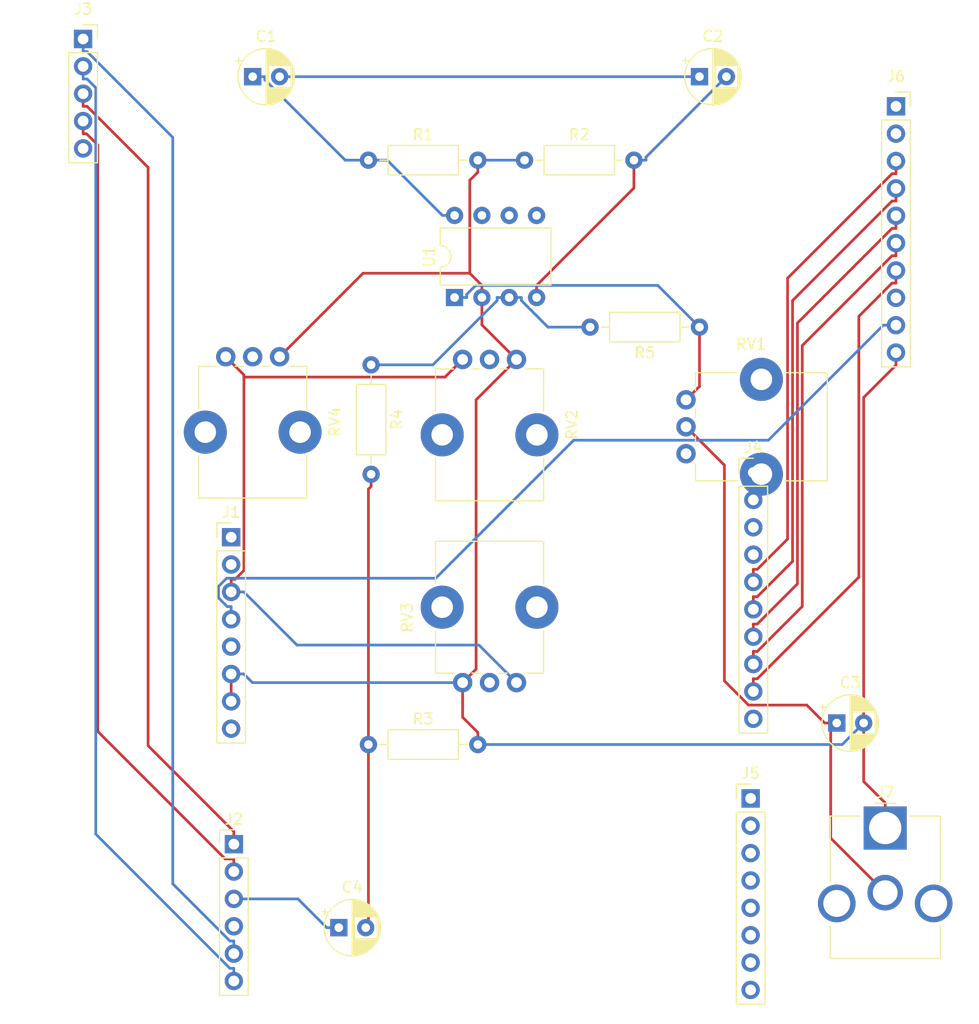
<source format=kicad_pcb>
(kicad_pcb (version 20171130) (host pcbnew 5.0.2+dfsg1-1)

  (general
    (thickness 1.6)
    (drawings 0)
    (tracks 158)
    (zones 0)
    (modules 21)
    (nets 47)
  )

  (page A4)
  (layers
    (0 F.Cu signal)
    (31 B.Cu signal)
    (32 B.Adhes user)
    (33 F.Adhes user)
    (34 B.Paste user)
    (35 F.Paste user)
    (36 B.SilkS user)
    (37 F.SilkS user)
    (38 B.Mask user)
    (39 F.Mask user)
    (40 Dwgs.User user)
    (41 Cmts.User user)
    (42 Eco1.User user)
    (43 Eco2.User user)
    (44 Edge.Cuts user)
    (45 Margin user)
    (46 B.CrtYd user)
    (47 F.CrtYd user)
    (48 B.Fab user)
    (49 F.Fab user)
  )

  (setup
    (last_trace_width 0.25)
    (trace_clearance 0.2)
    (zone_clearance 0.508)
    (zone_45_only no)
    (trace_min 0.2)
    (segment_width 0.2)
    (edge_width 0.15)
    (via_size 0.8)
    (via_drill 0.4)
    (via_min_size 0.4)
    (via_min_drill 0.3)
    (uvia_size 0.3)
    (uvia_drill 0.1)
    (uvias_allowed no)
    (uvia_min_size 0.2)
    (uvia_min_drill 0.1)
    (pcb_text_width 0.3)
    (pcb_text_size 1.5 1.5)
    (mod_edge_width 0.15)
    (mod_text_size 1 1)
    (mod_text_width 0.15)
    (pad_size 1.524 1.524)
    (pad_drill 0.762)
    (pad_to_mask_clearance 0.051)
    (solder_mask_min_width 0.25)
    (aux_axis_origin 0 0)
    (visible_elements FFFFFF7F)
    (pcbplotparams
      (layerselection 0x010fc_ffffffff)
      (usegerberextensions false)
      (usegerberattributes false)
      (usegerberadvancedattributes false)
      (creategerberjobfile false)
      (excludeedgelayer true)
      (linewidth 0.100000)
      (plotframeref false)
      (viasonmask false)
      (mode 1)
      (useauxorigin false)
      (hpglpennumber 1)
      (hpglpenspeed 20)
      (hpglpendiameter 15.000000)
      (psnegative false)
      (psa4output false)
      (plotreference true)
      (plotvalue true)
      (plotinvisibletext false)
      (padsonsilk false)
      (subtractmaskfromsilk false)
      (outputformat 1)
      (mirror false)
      (drillshape 1)
      (scaleselection 1)
      (outputdirectory ""))
  )

  (net 0 "")
  (net 1 VCC)
  (net 2 "Net-(C1-Pad2)")
  (net 3 VEE)
  (net 4 GND)
  (net 5 "Net-(C3-Pad1)")
  (net 6 /dacout)
  (net 7 "Net-(C4-Pad2)")
  (net 8 "Net-(J1-Pad8)")
  (net 9 "Net-(J1-Pad5)")
  (net 10 +5V)
  (net 11 +3V3)
  (net 12 "Net-(J1-Pad2)")
  (net 13 "Net-(J1-Pad1)")
  (net 14 /y+)
  (net 15 /x+)
  (net 16 "Net-(J2-Pad4)")
  (net 17 /y-)
  (net 18 /x-)
  (net 19 "Net-(J3-Pad5)")
  (net 20 "Net-(J4-Pad1)")
  (net 21 "Net-(J4-Pad2)")
  (net 22 "Net-(J4-Pad3)")
  (net 23 "Net-(J4-Pad4)")
  (net 24 /DC)
  (net 25 /CS)
  (net 26 /Mosi)
  (net 27 /Miso)
  (net 28 /CLK)
  (net 29 "Net-(J4-Pad10)")
  (net 30 "Net-(J5-Pad1)")
  (net 31 "Net-(J5-Pad2)")
  (net 32 "Net-(J5-Pad3)")
  (net 33 "Net-(J5-Pad4)")
  (net 34 "Net-(J5-Pad5)")
  (net 35 "Net-(J5-Pad6)")
  (net 36 "Net-(J5-Pad7)")
  (net 37 "Net-(J5-Pad8)")
  (net 38 "Net-(J6-Pad1)")
  (net 39 "Net-(J6-Pad2)")
  (net 40 "Net-(J6-Pad8)")
  (net 41 "Net-(R4-Pad1)")
  (net 42 "Net-(R5-Pad1)")
  (net 43 "Net-(RV1-Pad1)")
  (net 44 /inPot1)
  (net 45 /inPot2)
  (net 46 /inPot3)

  (net_class Default "This is the default net class."
    (clearance 0.2)
    (trace_width 0.25)
    (via_dia 0.8)
    (via_drill 0.4)
    (uvia_dia 0.3)
    (uvia_drill 0.1)
    (add_net +3V3)
    (add_net +5V)
    (add_net /CLK)
    (add_net /CS)
    (add_net /DC)
    (add_net /Miso)
    (add_net /Mosi)
    (add_net /dacout)
    (add_net /inPot1)
    (add_net /inPot2)
    (add_net /inPot3)
    (add_net /x+)
    (add_net /x-)
    (add_net /y+)
    (add_net /y-)
    (add_net GND)
    (add_net "Net-(C1-Pad2)")
    (add_net "Net-(C3-Pad1)")
    (add_net "Net-(C4-Pad2)")
    (add_net "Net-(J1-Pad1)")
    (add_net "Net-(J1-Pad2)")
    (add_net "Net-(J1-Pad5)")
    (add_net "Net-(J1-Pad8)")
    (add_net "Net-(J2-Pad4)")
    (add_net "Net-(J3-Pad5)")
    (add_net "Net-(J4-Pad1)")
    (add_net "Net-(J4-Pad10)")
    (add_net "Net-(J4-Pad2)")
    (add_net "Net-(J4-Pad3)")
    (add_net "Net-(J4-Pad4)")
    (add_net "Net-(J5-Pad1)")
    (add_net "Net-(J5-Pad2)")
    (add_net "Net-(J5-Pad3)")
    (add_net "Net-(J5-Pad4)")
    (add_net "Net-(J5-Pad5)")
    (add_net "Net-(J5-Pad6)")
    (add_net "Net-(J5-Pad7)")
    (add_net "Net-(J5-Pad8)")
    (add_net "Net-(J6-Pad1)")
    (add_net "Net-(J6-Pad2)")
    (add_net "Net-(J6-Pad8)")
    (add_net "Net-(R4-Pad1)")
    (add_net "Net-(R5-Pad1)")
    (add_net "Net-(RV1-Pad1)")
    (add_net VCC)
    (add_net VEE)
  )

  (module Package_DIP:DIP-8_W7.62mm (layer F.Cu) (tedit 5A02E8C5) (tstamp 61D390FE)
    (at 130.25 80 90)
    (descr "8-lead though-hole mounted DIP package, row spacing 7.62 mm (300 mils)")
    (tags "THT DIP DIL PDIP 2.54mm 7.62mm 300mil")
    (path /61B9D319)
    (fp_text reference U1 (at 3.81 -2.33 90) (layer F.SilkS)
      (effects (font (size 1 1) (thickness 0.15)))
    )
    (fp_text value LM358 (at 3.81 9.95 90) (layer F.Fab)
      (effects (font (size 1 1) (thickness 0.15)))
    )
    (fp_arc (start 3.81 -1.33) (end 2.81 -1.33) (angle -180) (layer F.SilkS) (width 0.12))
    (fp_line (start 1.635 -1.27) (end 6.985 -1.27) (layer F.Fab) (width 0.1))
    (fp_line (start 6.985 -1.27) (end 6.985 8.89) (layer F.Fab) (width 0.1))
    (fp_line (start 6.985 8.89) (end 0.635 8.89) (layer F.Fab) (width 0.1))
    (fp_line (start 0.635 8.89) (end 0.635 -0.27) (layer F.Fab) (width 0.1))
    (fp_line (start 0.635 -0.27) (end 1.635 -1.27) (layer F.Fab) (width 0.1))
    (fp_line (start 2.81 -1.33) (end 1.16 -1.33) (layer F.SilkS) (width 0.12))
    (fp_line (start 1.16 -1.33) (end 1.16 8.95) (layer F.SilkS) (width 0.12))
    (fp_line (start 1.16 8.95) (end 6.46 8.95) (layer F.SilkS) (width 0.12))
    (fp_line (start 6.46 8.95) (end 6.46 -1.33) (layer F.SilkS) (width 0.12))
    (fp_line (start 6.46 -1.33) (end 4.81 -1.33) (layer F.SilkS) (width 0.12))
    (fp_line (start -1.1 -1.55) (end -1.1 9.15) (layer F.CrtYd) (width 0.05))
    (fp_line (start -1.1 9.15) (end 8.7 9.15) (layer F.CrtYd) (width 0.05))
    (fp_line (start 8.7 9.15) (end 8.7 -1.55) (layer F.CrtYd) (width 0.05))
    (fp_line (start 8.7 -1.55) (end -1.1 -1.55) (layer F.CrtYd) (width 0.05))
    (fp_text user %R (at 3.81 3.81 90) (layer F.Fab)
      (effects (font (size 1 1) (thickness 0.15)))
    )
    (pad 1 thru_hole rect (at 0 0 90) (size 1.6 1.6) (drill 0.8) (layers *.Cu *.Mask)
      (net 42 "Net-(R5-Pad1)"))
    (pad 5 thru_hole oval (at 7.62 7.62 90) (size 1.6 1.6) (drill 0.8) (layers *.Cu *.Mask))
    (pad 2 thru_hole oval (at 0 2.54 90) (size 1.6 1.6) (drill 0.8) (layers *.Cu *.Mask)
      (net 4 GND))
    (pad 6 thru_hole oval (at 7.62 5.08 90) (size 1.6 1.6) (drill 0.8) (layers *.Cu *.Mask))
    (pad 3 thru_hole oval (at 0 5.08 90) (size 1.6 1.6) (drill 0.8) (layers *.Cu *.Mask)
      (net 41 "Net-(R4-Pad1)"))
    (pad 7 thru_hole oval (at 7.62 2.54 90) (size 1.6 1.6) (drill 0.8) (layers *.Cu *.Mask))
    (pad 4 thru_hole oval (at 0 7.62 90) (size 1.6 1.6) (drill 0.8) (layers *.Cu *.Mask)
      (net 3 VEE))
    (pad 8 thru_hole oval (at 7.62 0 90) (size 1.6 1.6) (drill 0.8) (layers *.Cu *.Mask)
      (net 1 VCC))
    (model ${KISYS3DMOD}/Package_DIP.3dshapes/DIP-8_W7.62mm.wrl
      (at (xyz 0 0 0))
      (scale (xyz 1 1 1))
      (rotate (xyz 0 0 0))
    )
  )

  (module Connector_BarrelJack:BarrelJack_CUI_PJ-063AH_Horizontal_CircularHoles (layer F.Cu) (tedit 5B0886B5) (tstamp 61D383F7)
    (at 170.25 129.25)
    (descr "Barrel Jack, 2.0mm ID, 5.5mm OD, 24V, 8A, no switch, https://www.cui.com/product/resource/pj-063ah.pdf")
    (tags "barrel jack cui dc power")
    (path /61BC3A52)
    (fp_text reference J7 (at 0 -3.3) (layer F.SilkS)
      (effects (font (size 1 1) (thickness 0.15)))
    )
    (fp_text value Jack-DC (at 0 13) (layer F.Fab)
      (effects (font (size 1 1) (thickness 0.15)))
    )
    (fp_line (start -5 -1) (end -1 -1) (layer F.Fab) (width 0.1))
    (fp_line (start -1 -1) (end 0 0) (layer F.Fab) (width 0.1))
    (fp_line (start 0 0) (end 1 -1) (layer F.Fab) (width 0.1))
    (fp_line (start 1 -1) (end 5 -1) (layer F.Fab) (width 0.1))
    (fp_line (start 5 -1) (end 5 12) (layer F.Fab) (width 0.1))
    (fp_line (start 5 12) (end -5 12) (layer F.Fab) (width 0.1))
    (fp_line (start -5 12) (end -5 -1) (layer F.Fab) (width 0.1))
    (fp_line (start -5.11 4.95) (end -5.11 -1.11) (layer F.SilkS) (width 0.12))
    (fp_line (start -5.11 -1.11) (end -2.3 -1.11) (layer F.SilkS) (width 0.12))
    (fp_line (start 2.3 -1.11) (end 5.11 -1.11) (layer F.SilkS) (width 0.12))
    (fp_line (start 5.11 -1.11) (end 5.11 4.95) (layer F.SilkS) (width 0.12))
    (fp_line (start 5.11 9.05) (end 5.11 12.11) (layer F.SilkS) (width 0.12))
    (fp_line (start 5.11 12.11) (end -5.11 12.11) (layer F.SilkS) (width 0.12))
    (fp_line (start -5.11 12.11) (end -5.11 9.05) (layer F.SilkS) (width 0.12))
    (fp_line (start -1 -2.3) (end 1 -2.3) (layer F.SilkS) (width 0.12))
    (fp_line (start -6.75 -2.5) (end -6.75 12.5) (layer F.CrtYd) (width 0.05))
    (fp_line (start -6.75 12.5) (end 6.75 12.5) (layer F.CrtYd) (width 0.05))
    (fp_line (start 6.75 12.5) (end 6.75 -2.5) (layer F.CrtYd) (width 0.05))
    (fp_line (start 6.75 -2.5) (end -6.75 -2.5) (layer F.CrtYd) (width 0.05))
    (fp_text user %R (at 0 5.5) (layer F.Fab)
      (effects (font (size 1 1) (thickness 0.15)))
    )
    (pad 1 thru_hole rect (at 0 0) (size 4 4) (drill 3) (layers *.Cu *.Mask)
      (net 4 GND))
    (pad 2 thru_hole circle (at 0 6) (size 3.3 3.3) (drill 2.3) (layers *.Cu *.Mask)
      (net 5 "Net-(C3-Pad1)"))
    (pad MP thru_hole circle (at -4.5 7) (size 3.5 3.5) (drill 2.5) (layers *.Cu *.Mask))
    (pad MP thru_hole circle (at 4.5 7) (size 3.5 3.5) (drill 2.5) (layers *.Cu *.Mask))
    (pad "" np_thru_hole circle (at 0 9) (size 1.6 1.6) (drill 1.6) (layers *.Cu *.Mask))
    (model ${KISYS3DMOD}/Connector_BarrelJack.3dshapes/BarrelJack_CUI_PJ-063AH_Horizontal_CircularHoles.wrl
      (at (xyz 0 0 0))
      (scale (xyz 1 1 1))
      (rotate (xyz 0 0 0))
    )
  )

  (module Capacitor_THT:CP_Radial_D5.0mm_P2.50mm (layer F.Cu) (tedit 5AE50EF0) (tstamp 61D33D2D)
    (at 111.5 59.5)
    (descr "CP, Radial series, Radial, pin pitch=2.50mm, , diameter=5mm, Electrolytic Capacitor")
    (tags "CP Radial series Radial pin pitch 2.50mm  diameter 5mm Electrolytic Capacitor")
    (path /61B9D676)
    (fp_text reference C1 (at 1.25 -3.75) (layer F.SilkS)
      (effects (font (size 1 1) (thickness 0.15)))
    )
    (fp_text value 47uF (at 1.25 3.75) (layer F.Fab)
      (effects (font (size 1 1) (thickness 0.15)))
    )
    (fp_circle (center 1.25 0) (end 3.75 0) (layer F.Fab) (width 0.1))
    (fp_circle (center 1.25 0) (end 3.87 0) (layer F.SilkS) (width 0.12))
    (fp_circle (center 1.25 0) (end 4 0) (layer F.CrtYd) (width 0.05))
    (fp_line (start -0.883605 -1.0875) (end -0.383605 -1.0875) (layer F.Fab) (width 0.1))
    (fp_line (start -0.633605 -1.3375) (end -0.633605 -0.8375) (layer F.Fab) (width 0.1))
    (fp_line (start 1.25 -2.58) (end 1.25 2.58) (layer F.SilkS) (width 0.12))
    (fp_line (start 1.29 -2.58) (end 1.29 2.58) (layer F.SilkS) (width 0.12))
    (fp_line (start 1.33 -2.579) (end 1.33 2.579) (layer F.SilkS) (width 0.12))
    (fp_line (start 1.37 -2.578) (end 1.37 2.578) (layer F.SilkS) (width 0.12))
    (fp_line (start 1.41 -2.576) (end 1.41 2.576) (layer F.SilkS) (width 0.12))
    (fp_line (start 1.45 -2.573) (end 1.45 2.573) (layer F.SilkS) (width 0.12))
    (fp_line (start 1.49 -2.569) (end 1.49 -1.04) (layer F.SilkS) (width 0.12))
    (fp_line (start 1.49 1.04) (end 1.49 2.569) (layer F.SilkS) (width 0.12))
    (fp_line (start 1.53 -2.565) (end 1.53 -1.04) (layer F.SilkS) (width 0.12))
    (fp_line (start 1.53 1.04) (end 1.53 2.565) (layer F.SilkS) (width 0.12))
    (fp_line (start 1.57 -2.561) (end 1.57 -1.04) (layer F.SilkS) (width 0.12))
    (fp_line (start 1.57 1.04) (end 1.57 2.561) (layer F.SilkS) (width 0.12))
    (fp_line (start 1.61 -2.556) (end 1.61 -1.04) (layer F.SilkS) (width 0.12))
    (fp_line (start 1.61 1.04) (end 1.61 2.556) (layer F.SilkS) (width 0.12))
    (fp_line (start 1.65 -2.55) (end 1.65 -1.04) (layer F.SilkS) (width 0.12))
    (fp_line (start 1.65 1.04) (end 1.65 2.55) (layer F.SilkS) (width 0.12))
    (fp_line (start 1.69 -2.543) (end 1.69 -1.04) (layer F.SilkS) (width 0.12))
    (fp_line (start 1.69 1.04) (end 1.69 2.543) (layer F.SilkS) (width 0.12))
    (fp_line (start 1.73 -2.536) (end 1.73 -1.04) (layer F.SilkS) (width 0.12))
    (fp_line (start 1.73 1.04) (end 1.73 2.536) (layer F.SilkS) (width 0.12))
    (fp_line (start 1.77 -2.528) (end 1.77 -1.04) (layer F.SilkS) (width 0.12))
    (fp_line (start 1.77 1.04) (end 1.77 2.528) (layer F.SilkS) (width 0.12))
    (fp_line (start 1.81 -2.52) (end 1.81 -1.04) (layer F.SilkS) (width 0.12))
    (fp_line (start 1.81 1.04) (end 1.81 2.52) (layer F.SilkS) (width 0.12))
    (fp_line (start 1.85 -2.511) (end 1.85 -1.04) (layer F.SilkS) (width 0.12))
    (fp_line (start 1.85 1.04) (end 1.85 2.511) (layer F.SilkS) (width 0.12))
    (fp_line (start 1.89 -2.501) (end 1.89 -1.04) (layer F.SilkS) (width 0.12))
    (fp_line (start 1.89 1.04) (end 1.89 2.501) (layer F.SilkS) (width 0.12))
    (fp_line (start 1.93 -2.491) (end 1.93 -1.04) (layer F.SilkS) (width 0.12))
    (fp_line (start 1.93 1.04) (end 1.93 2.491) (layer F.SilkS) (width 0.12))
    (fp_line (start 1.971 -2.48) (end 1.971 -1.04) (layer F.SilkS) (width 0.12))
    (fp_line (start 1.971 1.04) (end 1.971 2.48) (layer F.SilkS) (width 0.12))
    (fp_line (start 2.011 -2.468) (end 2.011 -1.04) (layer F.SilkS) (width 0.12))
    (fp_line (start 2.011 1.04) (end 2.011 2.468) (layer F.SilkS) (width 0.12))
    (fp_line (start 2.051 -2.455) (end 2.051 -1.04) (layer F.SilkS) (width 0.12))
    (fp_line (start 2.051 1.04) (end 2.051 2.455) (layer F.SilkS) (width 0.12))
    (fp_line (start 2.091 -2.442) (end 2.091 -1.04) (layer F.SilkS) (width 0.12))
    (fp_line (start 2.091 1.04) (end 2.091 2.442) (layer F.SilkS) (width 0.12))
    (fp_line (start 2.131 -2.428) (end 2.131 -1.04) (layer F.SilkS) (width 0.12))
    (fp_line (start 2.131 1.04) (end 2.131 2.428) (layer F.SilkS) (width 0.12))
    (fp_line (start 2.171 -2.414) (end 2.171 -1.04) (layer F.SilkS) (width 0.12))
    (fp_line (start 2.171 1.04) (end 2.171 2.414) (layer F.SilkS) (width 0.12))
    (fp_line (start 2.211 -2.398) (end 2.211 -1.04) (layer F.SilkS) (width 0.12))
    (fp_line (start 2.211 1.04) (end 2.211 2.398) (layer F.SilkS) (width 0.12))
    (fp_line (start 2.251 -2.382) (end 2.251 -1.04) (layer F.SilkS) (width 0.12))
    (fp_line (start 2.251 1.04) (end 2.251 2.382) (layer F.SilkS) (width 0.12))
    (fp_line (start 2.291 -2.365) (end 2.291 -1.04) (layer F.SilkS) (width 0.12))
    (fp_line (start 2.291 1.04) (end 2.291 2.365) (layer F.SilkS) (width 0.12))
    (fp_line (start 2.331 -2.348) (end 2.331 -1.04) (layer F.SilkS) (width 0.12))
    (fp_line (start 2.331 1.04) (end 2.331 2.348) (layer F.SilkS) (width 0.12))
    (fp_line (start 2.371 -2.329) (end 2.371 -1.04) (layer F.SilkS) (width 0.12))
    (fp_line (start 2.371 1.04) (end 2.371 2.329) (layer F.SilkS) (width 0.12))
    (fp_line (start 2.411 -2.31) (end 2.411 -1.04) (layer F.SilkS) (width 0.12))
    (fp_line (start 2.411 1.04) (end 2.411 2.31) (layer F.SilkS) (width 0.12))
    (fp_line (start 2.451 -2.29) (end 2.451 -1.04) (layer F.SilkS) (width 0.12))
    (fp_line (start 2.451 1.04) (end 2.451 2.29) (layer F.SilkS) (width 0.12))
    (fp_line (start 2.491 -2.268) (end 2.491 -1.04) (layer F.SilkS) (width 0.12))
    (fp_line (start 2.491 1.04) (end 2.491 2.268) (layer F.SilkS) (width 0.12))
    (fp_line (start 2.531 -2.247) (end 2.531 -1.04) (layer F.SilkS) (width 0.12))
    (fp_line (start 2.531 1.04) (end 2.531 2.247) (layer F.SilkS) (width 0.12))
    (fp_line (start 2.571 -2.224) (end 2.571 -1.04) (layer F.SilkS) (width 0.12))
    (fp_line (start 2.571 1.04) (end 2.571 2.224) (layer F.SilkS) (width 0.12))
    (fp_line (start 2.611 -2.2) (end 2.611 -1.04) (layer F.SilkS) (width 0.12))
    (fp_line (start 2.611 1.04) (end 2.611 2.2) (layer F.SilkS) (width 0.12))
    (fp_line (start 2.651 -2.175) (end 2.651 -1.04) (layer F.SilkS) (width 0.12))
    (fp_line (start 2.651 1.04) (end 2.651 2.175) (layer F.SilkS) (width 0.12))
    (fp_line (start 2.691 -2.149) (end 2.691 -1.04) (layer F.SilkS) (width 0.12))
    (fp_line (start 2.691 1.04) (end 2.691 2.149) (layer F.SilkS) (width 0.12))
    (fp_line (start 2.731 -2.122) (end 2.731 -1.04) (layer F.SilkS) (width 0.12))
    (fp_line (start 2.731 1.04) (end 2.731 2.122) (layer F.SilkS) (width 0.12))
    (fp_line (start 2.771 -2.095) (end 2.771 -1.04) (layer F.SilkS) (width 0.12))
    (fp_line (start 2.771 1.04) (end 2.771 2.095) (layer F.SilkS) (width 0.12))
    (fp_line (start 2.811 -2.065) (end 2.811 -1.04) (layer F.SilkS) (width 0.12))
    (fp_line (start 2.811 1.04) (end 2.811 2.065) (layer F.SilkS) (width 0.12))
    (fp_line (start 2.851 -2.035) (end 2.851 -1.04) (layer F.SilkS) (width 0.12))
    (fp_line (start 2.851 1.04) (end 2.851 2.035) (layer F.SilkS) (width 0.12))
    (fp_line (start 2.891 -2.004) (end 2.891 -1.04) (layer F.SilkS) (width 0.12))
    (fp_line (start 2.891 1.04) (end 2.891 2.004) (layer F.SilkS) (width 0.12))
    (fp_line (start 2.931 -1.971) (end 2.931 -1.04) (layer F.SilkS) (width 0.12))
    (fp_line (start 2.931 1.04) (end 2.931 1.971) (layer F.SilkS) (width 0.12))
    (fp_line (start 2.971 -1.937) (end 2.971 -1.04) (layer F.SilkS) (width 0.12))
    (fp_line (start 2.971 1.04) (end 2.971 1.937) (layer F.SilkS) (width 0.12))
    (fp_line (start 3.011 -1.901) (end 3.011 -1.04) (layer F.SilkS) (width 0.12))
    (fp_line (start 3.011 1.04) (end 3.011 1.901) (layer F.SilkS) (width 0.12))
    (fp_line (start 3.051 -1.864) (end 3.051 -1.04) (layer F.SilkS) (width 0.12))
    (fp_line (start 3.051 1.04) (end 3.051 1.864) (layer F.SilkS) (width 0.12))
    (fp_line (start 3.091 -1.826) (end 3.091 -1.04) (layer F.SilkS) (width 0.12))
    (fp_line (start 3.091 1.04) (end 3.091 1.826) (layer F.SilkS) (width 0.12))
    (fp_line (start 3.131 -1.785) (end 3.131 -1.04) (layer F.SilkS) (width 0.12))
    (fp_line (start 3.131 1.04) (end 3.131 1.785) (layer F.SilkS) (width 0.12))
    (fp_line (start 3.171 -1.743) (end 3.171 -1.04) (layer F.SilkS) (width 0.12))
    (fp_line (start 3.171 1.04) (end 3.171 1.743) (layer F.SilkS) (width 0.12))
    (fp_line (start 3.211 -1.699) (end 3.211 -1.04) (layer F.SilkS) (width 0.12))
    (fp_line (start 3.211 1.04) (end 3.211 1.699) (layer F.SilkS) (width 0.12))
    (fp_line (start 3.251 -1.653) (end 3.251 -1.04) (layer F.SilkS) (width 0.12))
    (fp_line (start 3.251 1.04) (end 3.251 1.653) (layer F.SilkS) (width 0.12))
    (fp_line (start 3.291 -1.605) (end 3.291 -1.04) (layer F.SilkS) (width 0.12))
    (fp_line (start 3.291 1.04) (end 3.291 1.605) (layer F.SilkS) (width 0.12))
    (fp_line (start 3.331 -1.554) (end 3.331 -1.04) (layer F.SilkS) (width 0.12))
    (fp_line (start 3.331 1.04) (end 3.331 1.554) (layer F.SilkS) (width 0.12))
    (fp_line (start 3.371 -1.5) (end 3.371 -1.04) (layer F.SilkS) (width 0.12))
    (fp_line (start 3.371 1.04) (end 3.371 1.5) (layer F.SilkS) (width 0.12))
    (fp_line (start 3.411 -1.443) (end 3.411 -1.04) (layer F.SilkS) (width 0.12))
    (fp_line (start 3.411 1.04) (end 3.411 1.443) (layer F.SilkS) (width 0.12))
    (fp_line (start 3.451 -1.383) (end 3.451 -1.04) (layer F.SilkS) (width 0.12))
    (fp_line (start 3.451 1.04) (end 3.451 1.383) (layer F.SilkS) (width 0.12))
    (fp_line (start 3.491 -1.319) (end 3.491 -1.04) (layer F.SilkS) (width 0.12))
    (fp_line (start 3.491 1.04) (end 3.491 1.319) (layer F.SilkS) (width 0.12))
    (fp_line (start 3.531 -1.251) (end 3.531 -1.04) (layer F.SilkS) (width 0.12))
    (fp_line (start 3.531 1.04) (end 3.531 1.251) (layer F.SilkS) (width 0.12))
    (fp_line (start 3.571 -1.178) (end 3.571 1.178) (layer F.SilkS) (width 0.12))
    (fp_line (start 3.611 -1.098) (end 3.611 1.098) (layer F.SilkS) (width 0.12))
    (fp_line (start 3.651 -1.011) (end 3.651 1.011) (layer F.SilkS) (width 0.12))
    (fp_line (start 3.691 -0.915) (end 3.691 0.915) (layer F.SilkS) (width 0.12))
    (fp_line (start 3.731 -0.805) (end 3.731 0.805) (layer F.SilkS) (width 0.12))
    (fp_line (start 3.771 -0.677) (end 3.771 0.677) (layer F.SilkS) (width 0.12))
    (fp_line (start 3.811 -0.518) (end 3.811 0.518) (layer F.SilkS) (width 0.12))
    (fp_line (start 3.851 -0.284) (end 3.851 0.284) (layer F.SilkS) (width 0.12))
    (fp_line (start -1.554775 -1.475) (end -1.054775 -1.475) (layer F.SilkS) (width 0.12))
    (fp_line (start -1.304775 -1.725) (end -1.304775 -1.225) (layer F.SilkS) (width 0.12))
    (fp_text user %R (at 1.25 0) (layer F.Fab)
      (effects (font (size 1 1) (thickness 0.15)))
    )
    (pad 1 thru_hole rect (at 0 0) (size 1.6 1.6) (drill 0.8) (layers *.Cu *.Mask)
      (net 1 VCC))
    (pad 2 thru_hole circle (at 2.5 0) (size 1.6 1.6) (drill 0.8) (layers *.Cu *.Mask)
      (net 2 "Net-(C1-Pad2)"))
    (model ${KISYS3DMOD}/Capacitor_THT.3dshapes/CP_Radial_D5.0mm_P2.50mm.wrl
      (at (xyz 0 0 0))
      (scale (xyz 1 1 1))
      (rotate (xyz 0 0 0))
    )
  )

  (module Capacitor_THT:CP_Radial_D5.0mm_P2.50mm (layer F.Cu) (tedit 5AE50EF0) (tstamp 61D366B1)
    (at 153 59.5)
    (descr "CP, Radial series, Radial, pin pitch=2.50mm, , diameter=5mm, Electrolytic Capacitor")
    (tags "CP Radial series Radial pin pitch 2.50mm  diameter 5mm Electrolytic Capacitor")
    (path /61B9D6DA)
    (fp_text reference C2 (at 1.25 -3.75) (layer F.SilkS)
      (effects (font (size 1 1) (thickness 0.15)))
    )
    (fp_text value 47uF (at 1.25 3.75) (layer F.Fab)
      (effects (font (size 1 1) (thickness 0.15)))
    )
    (fp_text user %R (at 1.25 0) (layer F.Fab)
      (effects (font (size 1 1) (thickness 0.15)))
    )
    (fp_line (start -1.304775 -1.725) (end -1.304775 -1.225) (layer F.SilkS) (width 0.12))
    (fp_line (start -1.554775 -1.475) (end -1.054775 -1.475) (layer F.SilkS) (width 0.12))
    (fp_line (start 3.851 -0.284) (end 3.851 0.284) (layer F.SilkS) (width 0.12))
    (fp_line (start 3.811 -0.518) (end 3.811 0.518) (layer F.SilkS) (width 0.12))
    (fp_line (start 3.771 -0.677) (end 3.771 0.677) (layer F.SilkS) (width 0.12))
    (fp_line (start 3.731 -0.805) (end 3.731 0.805) (layer F.SilkS) (width 0.12))
    (fp_line (start 3.691 -0.915) (end 3.691 0.915) (layer F.SilkS) (width 0.12))
    (fp_line (start 3.651 -1.011) (end 3.651 1.011) (layer F.SilkS) (width 0.12))
    (fp_line (start 3.611 -1.098) (end 3.611 1.098) (layer F.SilkS) (width 0.12))
    (fp_line (start 3.571 -1.178) (end 3.571 1.178) (layer F.SilkS) (width 0.12))
    (fp_line (start 3.531 1.04) (end 3.531 1.251) (layer F.SilkS) (width 0.12))
    (fp_line (start 3.531 -1.251) (end 3.531 -1.04) (layer F.SilkS) (width 0.12))
    (fp_line (start 3.491 1.04) (end 3.491 1.319) (layer F.SilkS) (width 0.12))
    (fp_line (start 3.491 -1.319) (end 3.491 -1.04) (layer F.SilkS) (width 0.12))
    (fp_line (start 3.451 1.04) (end 3.451 1.383) (layer F.SilkS) (width 0.12))
    (fp_line (start 3.451 -1.383) (end 3.451 -1.04) (layer F.SilkS) (width 0.12))
    (fp_line (start 3.411 1.04) (end 3.411 1.443) (layer F.SilkS) (width 0.12))
    (fp_line (start 3.411 -1.443) (end 3.411 -1.04) (layer F.SilkS) (width 0.12))
    (fp_line (start 3.371 1.04) (end 3.371 1.5) (layer F.SilkS) (width 0.12))
    (fp_line (start 3.371 -1.5) (end 3.371 -1.04) (layer F.SilkS) (width 0.12))
    (fp_line (start 3.331 1.04) (end 3.331 1.554) (layer F.SilkS) (width 0.12))
    (fp_line (start 3.331 -1.554) (end 3.331 -1.04) (layer F.SilkS) (width 0.12))
    (fp_line (start 3.291 1.04) (end 3.291 1.605) (layer F.SilkS) (width 0.12))
    (fp_line (start 3.291 -1.605) (end 3.291 -1.04) (layer F.SilkS) (width 0.12))
    (fp_line (start 3.251 1.04) (end 3.251 1.653) (layer F.SilkS) (width 0.12))
    (fp_line (start 3.251 -1.653) (end 3.251 -1.04) (layer F.SilkS) (width 0.12))
    (fp_line (start 3.211 1.04) (end 3.211 1.699) (layer F.SilkS) (width 0.12))
    (fp_line (start 3.211 -1.699) (end 3.211 -1.04) (layer F.SilkS) (width 0.12))
    (fp_line (start 3.171 1.04) (end 3.171 1.743) (layer F.SilkS) (width 0.12))
    (fp_line (start 3.171 -1.743) (end 3.171 -1.04) (layer F.SilkS) (width 0.12))
    (fp_line (start 3.131 1.04) (end 3.131 1.785) (layer F.SilkS) (width 0.12))
    (fp_line (start 3.131 -1.785) (end 3.131 -1.04) (layer F.SilkS) (width 0.12))
    (fp_line (start 3.091 1.04) (end 3.091 1.826) (layer F.SilkS) (width 0.12))
    (fp_line (start 3.091 -1.826) (end 3.091 -1.04) (layer F.SilkS) (width 0.12))
    (fp_line (start 3.051 1.04) (end 3.051 1.864) (layer F.SilkS) (width 0.12))
    (fp_line (start 3.051 -1.864) (end 3.051 -1.04) (layer F.SilkS) (width 0.12))
    (fp_line (start 3.011 1.04) (end 3.011 1.901) (layer F.SilkS) (width 0.12))
    (fp_line (start 3.011 -1.901) (end 3.011 -1.04) (layer F.SilkS) (width 0.12))
    (fp_line (start 2.971 1.04) (end 2.971 1.937) (layer F.SilkS) (width 0.12))
    (fp_line (start 2.971 -1.937) (end 2.971 -1.04) (layer F.SilkS) (width 0.12))
    (fp_line (start 2.931 1.04) (end 2.931 1.971) (layer F.SilkS) (width 0.12))
    (fp_line (start 2.931 -1.971) (end 2.931 -1.04) (layer F.SilkS) (width 0.12))
    (fp_line (start 2.891 1.04) (end 2.891 2.004) (layer F.SilkS) (width 0.12))
    (fp_line (start 2.891 -2.004) (end 2.891 -1.04) (layer F.SilkS) (width 0.12))
    (fp_line (start 2.851 1.04) (end 2.851 2.035) (layer F.SilkS) (width 0.12))
    (fp_line (start 2.851 -2.035) (end 2.851 -1.04) (layer F.SilkS) (width 0.12))
    (fp_line (start 2.811 1.04) (end 2.811 2.065) (layer F.SilkS) (width 0.12))
    (fp_line (start 2.811 -2.065) (end 2.811 -1.04) (layer F.SilkS) (width 0.12))
    (fp_line (start 2.771 1.04) (end 2.771 2.095) (layer F.SilkS) (width 0.12))
    (fp_line (start 2.771 -2.095) (end 2.771 -1.04) (layer F.SilkS) (width 0.12))
    (fp_line (start 2.731 1.04) (end 2.731 2.122) (layer F.SilkS) (width 0.12))
    (fp_line (start 2.731 -2.122) (end 2.731 -1.04) (layer F.SilkS) (width 0.12))
    (fp_line (start 2.691 1.04) (end 2.691 2.149) (layer F.SilkS) (width 0.12))
    (fp_line (start 2.691 -2.149) (end 2.691 -1.04) (layer F.SilkS) (width 0.12))
    (fp_line (start 2.651 1.04) (end 2.651 2.175) (layer F.SilkS) (width 0.12))
    (fp_line (start 2.651 -2.175) (end 2.651 -1.04) (layer F.SilkS) (width 0.12))
    (fp_line (start 2.611 1.04) (end 2.611 2.2) (layer F.SilkS) (width 0.12))
    (fp_line (start 2.611 -2.2) (end 2.611 -1.04) (layer F.SilkS) (width 0.12))
    (fp_line (start 2.571 1.04) (end 2.571 2.224) (layer F.SilkS) (width 0.12))
    (fp_line (start 2.571 -2.224) (end 2.571 -1.04) (layer F.SilkS) (width 0.12))
    (fp_line (start 2.531 1.04) (end 2.531 2.247) (layer F.SilkS) (width 0.12))
    (fp_line (start 2.531 -2.247) (end 2.531 -1.04) (layer F.SilkS) (width 0.12))
    (fp_line (start 2.491 1.04) (end 2.491 2.268) (layer F.SilkS) (width 0.12))
    (fp_line (start 2.491 -2.268) (end 2.491 -1.04) (layer F.SilkS) (width 0.12))
    (fp_line (start 2.451 1.04) (end 2.451 2.29) (layer F.SilkS) (width 0.12))
    (fp_line (start 2.451 -2.29) (end 2.451 -1.04) (layer F.SilkS) (width 0.12))
    (fp_line (start 2.411 1.04) (end 2.411 2.31) (layer F.SilkS) (width 0.12))
    (fp_line (start 2.411 -2.31) (end 2.411 -1.04) (layer F.SilkS) (width 0.12))
    (fp_line (start 2.371 1.04) (end 2.371 2.329) (layer F.SilkS) (width 0.12))
    (fp_line (start 2.371 -2.329) (end 2.371 -1.04) (layer F.SilkS) (width 0.12))
    (fp_line (start 2.331 1.04) (end 2.331 2.348) (layer F.SilkS) (width 0.12))
    (fp_line (start 2.331 -2.348) (end 2.331 -1.04) (layer F.SilkS) (width 0.12))
    (fp_line (start 2.291 1.04) (end 2.291 2.365) (layer F.SilkS) (width 0.12))
    (fp_line (start 2.291 -2.365) (end 2.291 -1.04) (layer F.SilkS) (width 0.12))
    (fp_line (start 2.251 1.04) (end 2.251 2.382) (layer F.SilkS) (width 0.12))
    (fp_line (start 2.251 -2.382) (end 2.251 -1.04) (layer F.SilkS) (width 0.12))
    (fp_line (start 2.211 1.04) (end 2.211 2.398) (layer F.SilkS) (width 0.12))
    (fp_line (start 2.211 -2.398) (end 2.211 -1.04) (layer F.SilkS) (width 0.12))
    (fp_line (start 2.171 1.04) (end 2.171 2.414) (layer F.SilkS) (width 0.12))
    (fp_line (start 2.171 -2.414) (end 2.171 -1.04) (layer F.SilkS) (width 0.12))
    (fp_line (start 2.131 1.04) (end 2.131 2.428) (layer F.SilkS) (width 0.12))
    (fp_line (start 2.131 -2.428) (end 2.131 -1.04) (layer F.SilkS) (width 0.12))
    (fp_line (start 2.091 1.04) (end 2.091 2.442) (layer F.SilkS) (width 0.12))
    (fp_line (start 2.091 -2.442) (end 2.091 -1.04) (layer F.SilkS) (width 0.12))
    (fp_line (start 2.051 1.04) (end 2.051 2.455) (layer F.SilkS) (width 0.12))
    (fp_line (start 2.051 -2.455) (end 2.051 -1.04) (layer F.SilkS) (width 0.12))
    (fp_line (start 2.011 1.04) (end 2.011 2.468) (layer F.SilkS) (width 0.12))
    (fp_line (start 2.011 -2.468) (end 2.011 -1.04) (layer F.SilkS) (width 0.12))
    (fp_line (start 1.971 1.04) (end 1.971 2.48) (layer F.SilkS) (width 0.12))
    (fp_line (start 1.971 -2.48) (end 1.971 -1.04) (layer F.SilkS) (width 0.12))
    (fp_line (start 1.93 1.04) (end 1.93 2.491) (layer F.SilkS) (width 0.12))
    (fp_line (start 1.93 -2.491) (end 1.93 -1.04) (layer F.SilkS) (width 0.12))
    (fp_line (start 1.89 1.04) (end 1.89 2.501) (layer F.SilkS) (width 0.12))
    (fp_line (start 1.89 -2.501) (end 1.89 -1.04) (layer F.SilkS) (width 0.12))
    (fp_line (start 1.85 1.04) (end 1.85 2.511) (layer F.SilkS) (width 0.12))
    (fp_line (start 1.85 -2.511) (end 1.85 -1.04) (layer F.SilkS) (width 0.12))
    (fp_line (start 1.81 1.04) (end 1.81 2.52) (layer F.SilkS) (width 0.12))
    (fp_line (start 1.81 -2.52) (end 1.81 -1.04) (layer F.SilkS) (width 0.12))
    (fp_line (start 1.77 1.04) (end 1.77 2.528) (layer F.SilkS) (width 0.12))
    (fp_line (start 1.77 -2.528) (end 1.77 -1.04) (layer F.SilkS) (width 0.12))
    (fp_line (start 1.73 1.04) (end 1.73 2.536) (layer F.SilkS) (width 0.12))
    (fp_line (start 1.73 -2.536) (end 1.73 -1.04) (layer F.SilkS) (width 0.12))
    (fp_line (start 1.69 1.04) (end 1.69 2.543) (layer F.SilkS) (width 0.12))
    (fp_line (start 1.69 -2.543) (end 1.69 -1.04) (layer F.SilkS) (width 0.12))
    (fp_line (start 1.65 1.04) (end 1.65 2.55) (layer F.SilkS) (width 0.12))
    (fp_line (start 1.65 -2.55) (end 1.65 -1.04) (layer F.SilkS) (width 0.12))
    (fp_line (start 1.61 1.04) (end 1.61 2.556) (layer F.SilkS) (width 0.12))
    (fp_line (start 1.61 -2.556) (end 1.61 -1.04) (layer F.SilkS) (width 0.12))
    (fp_line (start 1.57 1.04) (end 1.57 2.561) (layer F.SilkS) (width 0.12))
    (fp_line (start 1.57 -2.561) (end 1.57 -1.04) (layer F.SilkS) (width 0.12))
    (fp_line (start 1.53 1.04) (end 1.53 2.565) (layer F.SilkS) (width 0.12))
    (fp_line (start 1.53 -2.565) (end 1.53 -1.04) (layer F.SilkS) (width 0.12))
    (fp_line (start 1.49 1.04) (end 1.49 2.569) (layer F.SilkS) (width 0.12))
    (fp_line (start 1.49 -2.569) (end 1.49 -1.04) (layer F.SilkS) (width 0.12))
    (fp_line (start 1.45 -2.573) (end 1.45 2.573) (layer F.SilkS) (width 0.12))
    (fp_line (start 1.41 -2.576) (end 1.41 2.576) (layer F.SilkS) (width 0.12))
    (fp_line (start 1.37 -2.578) (end 1.37 2.578) (layer F.SilkS) (width 0.12))
    (fp_line (start 1.33 -2.579) (end 1.33 2.579) (layer F.SilkS) (width 0.12))
    (fp_line (start 1.29 -2.58) (end 1.29 2.58) (layer F.SilkS) (width 0.12))
    (fp_line (start 1.25 -2.58) (end 1.25 2.58) (layer F.SilkS) (width 0.12))
    (fp_line (start -0.633605 -1.3375) (end -0.633605 -0.8375) (layer F.Fab) (width 0.1))
    (fp_line (start -0.883605 -1.0875) (end -0.383605 -1.0875) (layer F.Fab) (width 0.1))
    (fp_circle (center 1.25 0) (end 4 0) (layer F.CrtYd) (width 0.05))
    (fp_circle (center 1.25 0) (end 3.87 0) (layer F.SilkS) (width 0.12))
    (fp_circle (center 1.25 0) (end 3.75 0) (layer F.Fab) (width 0.1))
    (pad 2 thru_hole circle (at 2.5 0) (size 1.6 1.6) (drill 0.8) (layers *.Cu *.Mask)
      (net 3 VEE))
    (pad 1 thru_hole rect (at 0 0) (size 1.6 1.6) (drill 0.8) (layers *.Cu *.Mask)
      (net 2 "Net-(C1-Pad2)"))
    (model ${KISYS3DMOD}/Capacitor_THT.3dshapes/CP_Radial_D5.0mm_P2.50mm.wrl
      (at (xyz 0 0 0))
      (scale (xyz 1 1 1))
      (rotate (xyz 0 0 0))
    )
  )

  (module Capacitor_THT:CP_Radial_D5.0mm_P2.50mm (layer F.Cu) (tedit 5AE50EF0) (tstamp 61D33E35)
    (at 165.75 119.5)
    (descr "CP, Radial series, Radial, pin pitch=2.50mm, , diameter=5mm, Electrolytic Capacitor")
    (tags "CP Radial series Radial pin pitch 2.50mm  diameter 5mm Electrolytic Capacitor")
    (path /61B9D125)
    (fp_text reference C3 (at 1.25 -3.75) (layer F.SilkS)
      (effects (font (size 1 1) (thickness 0.15)))
    )
    (fp_text value 1uF (at 1.25 3.75) (layer F.Fab)
      (effects (font (size 1 1) (thickness 0.15)))
    )
    (fp_text user %R (at 1.25 0) (layer F.Fab)
      (effects (font (size 1 1) (thickness 0.15)))
    )
    (fp_line (start -1.304775 -1.725) (end -1.304775 -1.225) (layer F.SilkS) (width 0.12))
    (fp_line (start -1.554775 -1.475) (end -1.054775 -1.475) (layer F.SilkS) (width 0.12))
    (fp_line (start 3.851 -0.284) (end 3.851 0.284) (layer F.SilkS) (width 0.12))
    (fp_line (start 3.811 -0.518) (end 3.811 0.518) (layer F.SilkS) (width 0.12))
    (fp_line (start 3.771 -0.677) (end 3.771 0.677) (layer F.SilkS) (width 0.12))
    (fp_line (start 3.731 -0.805) (end 3.731 0.805) (layer F.SilkS) (width 0.12))
    (fp_line (start 3.691 -0.915) (end 3.691 0.915) (layer F.SilkS) (width 0.12))
    (fp_line (start 3.651 -1.011) (end 3.651 1.011) (layer F.SilkS) (width 0.12))
    (fp_line (start 3.611 -1.098) (end 3.611 1.098) (layer F.SilkS) (width 0.12))
    (fp_line (start 3.571 -1.178) (end 3.571 1.178) (layer F.SilkS) (width 0.12))
    (fp_line (start 3.531 1.04) (end 3.531 1.251) (layer F.SilkS) (width 0.12))
    (fp_line (start 3.531 -1.251) (end 3.531 -1.04) (layer F.SilkS) (width 0.12))
    (fp_line (start 3.491 1.04) (end 3.491 1.319) (layer F.SilkS) (width 0.12))
    (fp_line (start 3.491 -1.319) (end 3.491 -1.04) (layer F.SilkS) (width 0.12))
    (fp_line (start 3.451 1.04) (end 3.451 1.383) (layer F.SilkS) (width 0.12))
    (fp_line (start 3.451 -1.383) (end 3.451 -1.04) (layer F.SilkS) (width 0.12))
    (fp_line (start 3.411 1.04) (end 3.411 1.443) (layer F.SilkS) (width 0.12))
    (fp_line (start 3.411 -1.443) (end 3.411 -1.04) (layer F.SilkS) (width 0.12))
    (fp_line (start 3.371 1.04) (end 3.371 1.5) (layer F.SilkS) (width 0.12))
    (fp_line (start 3.371 -1.5) (end 3.371 -1.04) (layer F.SilkS) (width 0.12))
    (fp_line (start 3.331 1.04) (end 3.331 1.554) (layer F.SilkS) (width 0.12))
    (fp_line (start 3.331 -1.554) (end 3.331 -1.04) (layer F.SilkS) (width 0.12))
    (fp_line (start 3.291 1.04) (end 3.291 1.605) (layer F.SilkS) (width 0.12))
    (fp_line (start 3.291 -1.605) (end 3.291 -1.04) (layer F.SilkS) (width 0.12))
    (fp_line (start 3.251 1.04) (end 3.251 1.653) (layer F.SilkS) (width 0.12))
    (fp_line (start 3.251 -1.653) (end 3.251 -1.04) (layer F.SilkS) (width 0.12))
    (fp_line (start 3.211 1.04) (end 3.211 1.699) (layer F.SilkS) (width 0.12))
    (fp_line (start 3.211 -1.699) (end 3.211 -1.04) (layer F.SilkS) (width 0.12))
    (fp_line (start 3.171 1.04) (end 3.171 1.743) (layer F.SilkS) (width 0.12))
    (fp_line (start 3.171 -1.743) (end 3.171 -1.04) (layer F.SilkS) (width 0.12))
    (fp_line (start 3.131 1.04) (end 3.131 1.785) (layer F.SilkS) (width 0.12))
    (fp_line (start 3.131 -1.785) (end 3.131 -1.04) (layer F.SilkS) (width 0.12))
    (fp_line (start 3.091 1.04) (end 3.091 1.826) (layer F.SilkS) (width 0.12))
    (fp_line (start 3.091 -1.826) (end 3.091 -1.04) (layer F.SilkS) (width 0.12))
    (fp_line (start 3.051 1.04) (end 3.051 1.864) (layer F.SilkS) (width 0.12))
    (fp_line (start 3.051 -1.864) (end 3.051 -1.04) (layer F.SilkS) (width 0.12))
    (fp_line (start 3.011 1.04) (end 3.011 1.901) (layer F.SilkS) (width 0.12))
    (fp_line (start 3.011 -1.901) (end 3.011 -1.04) (layer F.SilkS) (width 0.12))
    (fp_line (start 2.971 1.04) (end 2.971 1.937) (layer F.SilkS) (width 0.12))
    (fp_line (start 2.971 -1.937) (end 2.971 -1.04) (layer F.SilkS) (width 0.12))
    (fp_line (start 2.931 1.04) (end 2.931 1.971) (layer F.SilkS) (width 0.12))
    (fp_line (start 2.931 -1.971) (end 2.931 -1.04) (layer F.SilkS) (width 0.12))
    (fp_line (start 2.891 1.04) (end 2.891 2.004) (layer F.SilkS) (width 0.12))
    (fp_line (start 2.891 -2.004) (end 2.891 -1.04) (layer F.SilkS) (width 0.12))
    (fp_line (start 2.851 1.04) (end 2.851 2.035) (layer F.SilkS) (width 0.12))
    (fp_line (start 2.851 -2.035) (end 2.851 -1.04) (layer F.SilkS) (width 0.12))
    (fp_line (start 2.811 1.04) (end 2.811 2.065) (layer F.SilkS) (width 0.12))
    (fp_line (start 2.811 -2.065) (end 2.811 -1.04) (layer F.SilkS) (width 0.12))
    (fp_line (start 2.771 1.04) (end 2.771 2.095) (layer F.SilkS) (width 0.12))
    (fp_line (start 2.771 -2.095) (end 2.771 -1.04) (layer F.SilkS) (width 0.12))
    (fp_line (start 2.731 1.04) (end 2.731 2.122) (layer F.SilkS) (width 0.12))
    (fp_line (start 2.731 -2.122) (end 2.731 -1.04) (layer F.SilkS) (width 0.12))
    (fp_line (start 2.691 1.04) (end 2.691 2.149) (layer F.SilkS) (width 0.12))
    (fp_line (start 2.691 -2.149) (end 2.691 -1.04) (layer F.SilkS) (width 0.12))
    (fp_line (start 2.651 1.04) (end 2.651 2.175) (layer F.SilkS) (width 0.12))
    (fp_line (start 2.651 -2.175) (end 2.651 -1.04) (layer F.SilkS) (width 0.12))
    (fp_line (start 2.611 1.04) (end 2.611 2.2) (layer F.SilkS) (width 0.12))
    (fp_line (start 2.611 -2.2) (end 2.611 -1.04) (layer F.SilkS) (width 0.12))
    (fp_line (start 2.571 1.04) (end 2.571 2.224) (layer F.SilkS) (width 0.12))
    (fp_line (start 2.571 -2.224) (end 2.571 -1.04) (layer F.SilkS) (width 0.12))
    (fp_line (start 2.531 1.04) (end 2.531 2.247) (layer F.SilkS) (width 0.12))
    (fp_line (start 2.531 -2.247) (end 2.531 -1.04) (layer F.SilkS) (width 0.12))
    (fp_line (start 2.491 1.04) (end 2.491 2.268) (layer F.SilkS) (width 0.12))
    (fp_line (start 2.491 -2.268) (end 2.491 -1.04) (layer F.SilkS) (width 0.12))
    (fp_line (start 2.451 1.04) (end 2.451 2.29) (layer F.SilkS) (width 0.12))
    (fp_line (start 2.451 -2.29) (end 2.451 -1.04) (layer F.SilkS) (width 0.12))
    (fp_line (start 2.411 1.04) (end 2.411 2.31) (layer F.SilkS) (width 0.12))
    (fp_line (start 2.411 -2.31) (end 2.411 -1.04) (layer F.SilkS) (width 0.12))
    (fp_line (start 2.371 1.04) (end 2.371 2.329) (layer F.SilkS) (width 0.12))
    (fp_line (start 2.371 -2.329) (end 2.371 -1.04) (layer F.SilkS) (width 0.12))
    (fp_line (start 2.331 1.04) (end 2.331 2.348) (layer F.SilkS) (width 0.12))
    (fp_line (start 2.331 -2.348) (end 2.331 -1.04) (layer F.SilkS) (width 0.12))
    (fp_line (start 2.291 1.04) (end 2.291 2.365) (layer F.SilkS) (width 0.12))
    (fp_line (start 2.291 -2.365) (end 2.291 -1.04) (layer F.SilkS) (width 0.12))
    (fp_line (start 2.251 1.04) (end 2.251 2.382) (layer F.SilkS) (width 0.12))
    (fp_line (start 2.251 -2.382) (end 2.251 -1.04) (layer F.SilkS) (width 0.12))
    (fp_line (start 2.211 1.04) (end 2.211 2.398) (layer F.SilkS) (width 0.12))
    (fp_line (start 2.211 -2.398) (end 2.211 -1.04) (layer F.SilkS) (width 0.12))
    (fp_line (start 2.171 1.04) (end 2.171 2.414) (layer F.SilkS) (width 0.12))
    (fp_line (start 2.171 -2.414) (end 2.171 -1.04) (layer F.SilkS) (width 0.12))
    (fp_line (start 2.131 1.04) (end 2.131 2.428) (layer F.SilkS) (width 0.12))
    (fp_line (start 2.131 -2.428) (end 2.131 -1.04) (layer F.SilkS) (width 0.12))
    (fp_line (start 2.091 1.04) (end 2.091 2.442) (layer F.SilkS) (width 0.12))
    (fp_line (start 2.091 -2.442) (end 2.091 -1.04) (layer F.SilkS) (width 0.12))
    (fp_line (start 2.051 1.04) (end 2.051 2.455) (layer F.SilkS) (width 0.12))
    (fp_line (start 2.051 -2.455) (end 2.051 -1.04) (layer F.SilkS) (width 0.12))
    (fp_line (start 2.011 1.04) (end 2.011 2.468) (layer F.SilkS) (width 0.12))
    (fp_line (start 2.011 -2.468) (end 2.011 -1.04) (layer F.SilkS) (width 0.12))
    (fp_line (start 1.971 1.04) (end 1.971 2.48) (layer F.SilkS) (width 0.12))
    (fp_line (start 1.971 -2.48) (end 1.971 -1.04) (layer F.SilkS) (width 0.12))
    (fp_line (start 1.93 1.04) (end 1.93 2.491) (layer F.SilkS) (width 0.12))
    (fp_line (start 1.93 -2.491) (end 1.93 -1.04) (layer F.SilkS) (width 0.12))
    (fp_line (start 1.89 1.04) (end 1.89 2.501) (layer F.SilkS) (width 0.12))
    (fp_line (start 1.89 -2.501) (end 1.89 -1.04) (layer F.SilkS) (width 0.12))
    (fp_line (start 1.85 1.04) (end 1.85 2.511) (layer F.SilkS) (width 0.12))
    (fp_line (start 1.85 -2.511) (end 1.85 -1.04) (layer F.SilkS) (width 0.12))
    (fp_line (start 1.81 1.04) (end 1.81 2.52) (layer F.SilkS) (width 0.12))
    (fp_line (start 1.81 -2.52) (end 1.81 -1.04) (layer F.SilkS) (width 0.12))
    (fp_line (start 1.77 1.04) (end 1.77 2.528) (layer F.SilkS) (width 0.12))
    (fp_line (start 1.77 -2.528) (end 1.77 -1.04) (layer F.SilkS) (width 0.12))
    (fp_line (start 1.73 1.04) (end 1.73 2.536) (layer F.SilkS) (width 0.12))
    (fp_line (start 1.73 -2.536) (end 1.73 -1.04) (layer F.SilkS) (width 0.12))
    (fp_line (start 1.69 1.04) (end 1.69 2.543) (layer F.SilkS) (width 0.12))
    (fp_line (start 1.69 -2.543) (end 1.69 -1.04) (layer F.SilkS) (width 0.12))
    (fp_line (start 1.65 1.04) (end 1.65 2.55) (layer F.SilkS) (width 0.12))
    (fp_line (start 1.65 -2.55) (end 1.65 -1.04) (layer F.SilkS) (width 0.12))
    (fp_line (start 1.61 1.04) (end 1.61 2.556) (layer F.SilkS) (width 0.12))
    (fp_line (start 1.61 -2.556) (end 1.61 -1.04) (layer F.SilkS) (width 0.12))
    (fp_line (start 1.57 1.04) (end 1.57 2.561) (layer F.SilkS) (width 0.12))
    (fp_line (start 1.57 -2.561) (end 1.57 -1.04) (layer F.SilkS) (width 0.12))
    (fp_line (start 1.53 1.04) (end 1.53 2.565) (layer F.SilkS) (width 0.12))
    (fp_line (start 1.53 -2.565) (end 1.53 -1.04) (layer F.SilkS) (width 0.12))
    (fp_line (start 1.49 1.04) (end 1.49 2.569) (layer F.SilkS) (width 0.12))
    (fp_line (start 1.49 -2.569) (end 1.49 -1.04) (layer F.SilkS) (width 0.12))
    (fp_line (start 1.45 -2.573) (end 1.45 2.573) (layer F.SilkS) (width 0.12))
    (fp_line (start 1.41 -2.576) (end 1.41 2.576) (layer F.SilkS) (width 0.12))
    (fp_line (start 1.37 -2.578) (end 1.37 2.578) (layer F.SilkS) (width 0.12))
    (fp_line (start 1.33 -2.579) (end 1.33 2.579) (layer F.SilkS) (width 0.12))
    (fp_line (start 1.29 -2.58) (end 1.29 2.58) (layer F.SilkS) (width 0.12))
    (fp_line (start 1.25 -2.58) (end 1.25 2.58) (layer F.SilkS) (width 0.12))
    (fp_line (start -0.633605 -1.3375) (end -0.633605 -0.8375) (layer F.Fab) (width 0.1))
    (fp_line (start -0.883605 -1.0875) (end -0.383605 -1.0875) (layer F.Fab) (width 0.1))
    (fp_circle (center 1.25 0) (end 4 0) (layer F.CrtYd) (width 0.05))
    (fp_circle (center 1.25 0) (end 3.87 0) (layer F.SilkS) (width 0.12))
    (fp_circle (center 1.25 0) (end 3.75 0) (layer F.Fab) (width 0.1))
    (pad 2 thru_hole circle (at 2.5 0) (size 1.6 1.6) (drill 0.8) (layers *.Cu *.Mask)
      (net 4 GND))
    (pad 1 thru_hole rect (at 0 0) (size 1.6 1.6) (drill 0.8) (layers *.Cu *.Mask)
      (net 5 "Net-(C3-Pad1)"))
    (model ${KISYS3DMOD}/Capacitor_THT.3dshapes/CP_Radial_D5.0mm_P2.50mm.wrl
      (at (xyz 0 0 0))
      (scale (xyz 1 1 1))
      (rotate (xyz 0 0 0))
    )
  )

  (module Capacitor_THT:CP_Radial_D5.0mm_P2.50mm (layer F.Cu) (tedit 5AE50EF0) (tstamp 61D33EB9)
    (at 119.5 138.5)
    (descr "CP, Radial series, Radial, pin pitch=2.50mm, , diameter=5mm, Electrolytic Capacitor")
    (tags "CP Radial series Radial pin pitch 2.50mm  diameter 5mm Electrolytic Capacitor")
    (path /61BA680C)
    (fp_text reference C4 (at 1.25 -3.75) (layer F.SilkS)
      (effects (font (size 1 1) (thickness 0.15)))
    )
    (fp_text value 10uF (at 1.25 3.75) (layer F.Fab)
      (effects (font (size 1 1) (thickness 0.15)))
    )
    (fp_circle (center 1.25 0) (end 3.75 0) (layer F.Fab) (width 0.1))
    (fp_circle (center 1.25 0) (end 3.87 0) (layer F.SilkS) (width 0.12))
    (fp_circle (center 1.25 0) (end 4 0) (layer F.CrtYd) (width 0.05))
    (fp_line (start -0.883605 -1.0875) (end -0.383605 -1.0875) (layer F.Fab) (width 0.1))
    (fp_line (start -0.633605 -1.3375) (end -0.633605 -0.8375) (layer F.Fab) (width 0.1))
    (fp_line (start 1.25 -2.58) (end 1.25 2.58) (layer F.SilkS) (width 0.12))
    (fp_line (start 1.29 -2.58) (end 1.29 2.58) (layer F.SilkS) (width 0.12))
    (fp_line (start 1.33 -2.579) (end 1.33 2.579) (layer F.SilkS) (width 0.12))
    (fp_line (start 1.37 -2.578) (end 1.37 2.578) (layer F.SilkS) (width 0.12))
    (fp_line (start 1.41 -2.576) (end 1.41 2.576) (layer F.SilkS) (width 0.12))
    (fp_line (start 1.45 -2.573) (end 1.45 2.573) (layer F.SilkS) (width 0.12))
    (fp_line (start 1.49 -2.569) (end 1.49 -1.04) (layer F.SilkS) (width 0.12))
    (fp_line (start 1.49 1.04) (end 1.49 2.569) (layer F.SilkS) (width 0.12))
    (fp_line (start 1.53 -2.565) (end 1.53 -1.04) (layer F.SilkS) (width 0.12))
    (fp_line (start 1.53 1.04) (end 1.53 2.565) (layer F.SilkS) (width 0.12))
    (fp_line (start 1.57 -2.561) (end 1.57 -1.04) (layer F.SilkS) (width 0.12))
    (fp_line (start 1.57 1.04) (end 1.57 2.561) (layer F.SilkS) (width 0.12))
    (fp_line (start 1.61 -2.556) (end 1.61 -1.04) (layer F.SilkS) (width 0.12))
    (fp_line (start 1.61 1.04) (end 1.61 2.556) (layer F.SilkS) (width 0.12))
    (fp_line (start 1.65 -2.55) (end 1.65 -1.04) (layer F.SilkS) (width 0.12))
    (fp_line (start 1.65 1.04) (end 1.65 2.55) (layer F.SilkS) (width 0.12))
    (fp_line (start 1.69 -2.543) (end 1.69 -1.04) (layer F.SilkS) (width 0.12))
    (fp_line (start 1.69 1.04) (end 1.69 2.543) (layer F.SilkS) (width 0.12))
    (fp_line (start 1.73 -2.536) (end 1.73 -1.04) (layer F.SilkS) (width 0.12))
    (fp_line (start 1.73 1.04) (end 1.73 2.536) (layer F.SilkS) (width 0.12))
    (fp_line (start 1.77 -2.528) (end 1.77 -1.04) (layer F.SilkS) (width 0.12))
    (fp_line (start 1.77 1.04) (end 1.77 2.528) (layer F.SilkS) (width 0.12))
    (fp_line (start 1.81 -2.52) (end 1.81 -1.04) (layer F.SilkS) (width 0.12))
    (fp_line (start 1.81 1.04) (end 1.81 2.52) (layer F.SilkS) (width 0.12))
    (fp_line (start 1.85 -2.511) (end 1.85 -1.04) (layer F.SilkS) (width 0.12))
    (fp_line (start 1.85 1.04) (end 1.85 2.511) (layer F.SilkS) (width 0.12))
    (fp_line (start 1.89 -2.501) (end 1.89 -1.04) (layer F.SilkS) (width 0.12))
    (fp_line (start 1.89 1.04) (end 1.89 2.501) (layer F.SilkS) (width 0.12))
    (fp_line (start 1.93 -2.491) (end 1.93 -1.04) (layer F.SilkS) (width 0.12))
    (fp_line (start 1.93 1.04) (end 1.93 2.491) (layer F.SilkS) (width 0.12))
    (fp_line (start 1.971 -2.48) (end 1.971 -1.04) (layer F.SilkS) (width 0.12))
    (fp_line (start 1.971 1.04) (end 1.971 2.48) (layer F.SilkS) (width 0.12))
    (fp_line (start 2.011 -2.468) (end 2.011 -1.04) (layer F.SilkS) (width 0.12))
    (fp_line (start 2.011 1.04) (end 2.011 2.468) (layer F.SilkS) (width 0.12))
    (fp_line (start 2.051 -2.455) (end 2.051 -1.04) (layer F.SilkS) (width 0.12))
    (fp_line (start 2.051 1.04) (end 2.051 2.455) (layer F.SilkS) (width 0.12))
    (fp_line (start 2.091 -2.442) (end 2.091 -1.04) (layer F.SilkS) (width 0.12))
    (fp_line (start 2.091 1.04) (end 2.091 2.442) (layer F.SilkS) (width 0.12))
    (fp_line (start 2.131 -2.428) (end 2.131 -1.04) (layer F.SilkS) (width 0.12))
    (fp_line (start 2.131 1.04) (end 2.131 2.428) (layer F.SilkS) (width 0.12))
    (fp_line (start 2.171 -2.414) (end 2.171 -1.04) (layer F.SilkS) (width 0.12))
    (fp_line (start 2.171 1.04) (end 2.171 2.414) (layer F.SilkS) (width 0.12))
    (fp_line (start 2.211 -2.398) (end 2.211 -1.04) (layer F.SilkS) (width 0.12))
    (fp_line (start 2.211 1.04) (end 2.211 2.398) (layer F.SilkS) (width 0.12))
    (fp_line (start 2.251 -2.382) (end 2.251 -1.04) (layer F.SilkS) (width 0.12))
    (fp_line (start 2.251 1.04) (end 2.251 2.382) (layer F.SilkS) (width 0.12))
    (fp_line (start 2.291 -2.365) (end 2.291 -1.04) (layer F.SilkS) (width 0.12))
    (fp_line (start 2.291 1.04) (end 2.291 2.365) (layer F.SilkS) (width 0.12))
    (fp_line (start 2.331 -2.348) (end 2.331 -1.04) (layer F.SilkS) (width 0.12))
    (fp_line (start 2.331 1.04) (end 2.331 2.348) (layer F.SilkS) (width 0.12))
    (fp_line (start 2.371 -2.329) (end 2.371 -1.04) (layer F.SilkS) (width 0.12))
    (fp_line (start 2.371 1.04) (end 2.371 2.329) (layer F.SilkS) (width 0.12))
    (fp_line (start 2.411 -2.31) (end 2.411 -1.04) (layer F.SilkS) (width 0.12))
    (fp_line (start 2.411 1.04) (end 2.411 2.31) (layer F.SilkS) (width 0.12))
    (fp_line (start 2.451 -2.29) (end 2.451 -1.04) (layer F.SilkS) (width 0.12))
    (fp_line (start 2.451 1.04) (end 2.451 2.29) (layer F.SilkS) (width 0.12))
    (fp_line (start 2.491 -2.268) (end 2.491 -1.04) (layer F.SilkS) (width 0.12))
    (fp_line (start 2.491 1.04) (end 2.491 2.268) (layer F.SilkS) (width 0.12))
    (fp_line (start 2.531 -2.247) (end 2.531 -1.04) (layer F.SilkS) (width 0.12))
    (fp_line (start 2.531 1.04) (end 2.531 2.247) (layer F.SilkS) (width 0.12))
    (fp_line (start 2.571 -2.224) (end 2.571 -1.04) (layer F.SilkS) (width 0.12))
    (fp_line (start 2.571 1.04) (end 2.571 2.224) (layer F.SilkS) (width 0.12))
    (fp_line (start 2.611 -2.2) (end 2.611 -1.04) (layer F.SilkS) (width 0.12))
    (fp_line (start 2.611 1.04) (end 2.611 2.2) (layer F.SilkS) (width 0.12))
    (fp_line (start 2.651 -2.175) (end 2.651 -1.04) (layer F.SilkS) (width 0.12))
    (fp_line (start 2.651 1.04) (end 2.651 2.175) (layer F.SilkS) (width 0.12))
    (fp_line (start 2.691 -2.149) (end 2.691 -1.04) (layer F.SilkS) (width 0.12))
    (fp_line (start 2.691 1.04) (end 2.691 2.149) (layer F.SilkS) (width 0.12))
    (fp_line (start 2.731 -2.122) (end 2.731 -1.04) (layer F.SilkS) (width 0.12))
    (fp_line (start 2.731 1.04) (end 2.731 2.122) (layer F.SilkS) (width 0.12))
    (fp_line (start 2.771 -2.095) (end 2.771 -1.04) (layer F.SilkS) (width 0.12))
    (fp_line (start 2.771 1.04) (end 2.771 2.095) (layer F.SilkS) (width 0.12))
    (fp_line (start 2.811 -2.065) (end 2.811 -1.04) (layer F.SilkS) (width 0.12))
    (fp_line (start 2.811 1.04) (end 2.811 2.065) (layer F.SilkS) (width 0.12))
    (fp_line (start 2.851 -2.035) (end 2.851 -1.04) (layer F.SilkS) (width 0.12))
    (fp_line (start 2.851 1.04) (end 2.851 2.035) (layer F.SilkS) (width 0.12))
    (fp_line (start 2.891 -2.004) (end 2.891 -1.04) (layer F.SilkS) (width 0.12))
    (fp_line (start 2.891 1.04) (end 2.891 2.004) (layer F.SilkS) (width 0.12))
    (fp_line (start 2.931 -1.971) (end 2.931 -1.04) (layer F.SilkS) (width 0.12))
    (fp_line (start 2.931 1.04) (end 2.931 1.971) (layer F.SilkS) (width 0.12))
    (fp_line (start 2.971 -1.937) (end 2.971 -1.04) (layer F.SilkS) (width 0.12))
    (fp_line (start 2.971 1.04) (end 2.971 1.937) (layer F.SilkS) (width 0.12))
    (fp_line (start 3.011 -1.901) (end 3.011 -1.04) (layer F.SilkS) (width 0.12))
    (fp_line (start 3.011 1.04) (end 3.011 1.901) (layer F.SilkS) (width 0.12))
    (fp_line (start 3.051 -1.864) (end 3.051 -1.04) (layer F.SilkS) (width 0.12))
    (fp_line (start 3.051 1.04) (end 3.051 1.864) (layer F.SilkS) (width 0.12))
    (fp_line (start 3.091 -1.826) (end 3.091 -1.04) (layer F.SilkS) (width 0.12))
    (fp_line (start 3.091 1.04) (end 3.091 1.826) (layer F.SilkS) (width 0.12))
    (fp_line (start 3.131 -1.785) (end 3.131 -1.04) (layer F.SilkS) (width 0.12))
    (fp_line (start 3.131 1.04) (end 3.131 1.785) (layer F.SilkS) (width 0.12))
    (fp_line (start 3.171 -1.743) (end 3.171 -1.04) (layer F.SilkS) (width 0.12))
    (fp_line (start 3.171 1.04) (end 3.171 1.743) (layer F.SilkS) (width 0.12))
    (fp_line (start 3.211 -1.699) (end 3.211 -1.04) (layer F.SilkS) (width 0.12))
    (fp_line (start 3.211 1.04) (end 3.211 1.699) (layer F.SilkS) (width 0.12))
    (fp_line (start 3.251 -1.653) (end 3.251 -1.04) (layer F.SilkS) (width 0.12))
    (fp_line (start 3.251 1.04) (end 3.251 1.653) (layer F.SilkS) (width 0.12))
    (fp_line (start 3.291 -1.605) (end 3.291 -1.04) (layer F.SilkS) (width 0.12))
    (fp_line (start 3.291 1.04) (end 3.291 1.605) (layer F.SilkS) (width 0.12))
    (fp_line (start 3.331 -1.554) (end 3.331 -1.04) (layer F.SilkS) (width 0.12))
    (fp_line (start 3.331 1.04) (end 3.331 1.554) (layer F.SilkS) (width 0.12))
    (fp_line (start 3.371 -1.5) (end 3.371 -1.04) (layer F.SilkS) (width 0.12))
    (fp_line (start 3.371 1.04) (end 3.371 1.5) (layer F.SilkS) (width 0.12))
    (fp_line (start 3.411 -1.443) (end 3.411 -1.04) (layer F.SilkS) (width 0.12))
    (fp_line (start 3.411 1.04) (end 3.411 1.443) (layer F.SilkS) (width 0.12))
    (fp_line (start 3.451 -1.383) (end 3.451 -1.04) (layer F.SilkS) (width 0.12))
    (fp_line (start 3.451 1.04) (end 3.451 1.383) (layer F.SilkS) (width 0.12))
    (fp_line (start 3.491 -1.319) (end 3.491 -1.04) (layer F.SilkS) (width 0.12))
    (fp_line (start 3.491 1.04) (end 3.491 1.319) (layer F.SilkS) (width 0.12))
    (fp_line (start 3.531 -1.251) (end 3.531 -1.04) (layer F.SilkS) (width 0.12))
    (fp_line (start 3.531 1.04) (end 3.531 1.251) (layer F.SilkS) (width 0.12))
    (fp_line (start 3.571 -1.178) (end 3.571 1.178) (layer F.SilkS) (width 0.12))
    (fp_line (start 3.611 -1.098) (end 3.611 1.098) (layer F.SilkS) (width 0.12))
    (fp_line (start 3.651 -1.011) (end 3.651 1.011) (layer F.SilkS) (width 0.12))
    (fp_line (start 3.691 -0.915) (end 3.691 0.915) (layer F.SilkS) (width 0.12))
    (fp_line (start 3.731 -0.805) (end 3.731 0.805) (layer F.SilkS) (width 0.12))
    (fp_line (start 3.771 -0.677) (end 3.771 0.677) (layer F.SilkS) (width 0.12))
    (fp_line (start 3.811 -0.518) (end 3.811 0.518) (layer F.SilkS) (width 0.12))
    (fp_line (start 3.851 -0.284) (end 3.851 0.284) (layer F.SilkS) (width 0.12))
    (fp_line (start -1.554775 -1.475) (end -1.054775 -1.475) (layer F.SilkS) (width 0.12))
    (fp_line (start -1.304775 -1.725) (end -1.304775 -1.225) (layer F.SilkS) (width 0.12))
    (fp_text user %R (at 1.25 0) (layer F.Fab)
      (effects (font (size 1 1) (thickness 0.15)))
    )
    (pad 1 thru_hole rect (at 0 0) (size 1.6 1.6) (drill 0.8) (layers *.Cu *.Mask)
      (net 6 /dacout))
    (pad 2 thru_hole circle (at 2.5 0) (size 1.6 1.6) (drill 0.8) (layers *.Cu *.Mask)
      (net 7 "Net-(C4-Pad2)"))
    (model ${KISYS3DMOD}/Capacitor_THT.3dshapes/CP_Radial_D5.0mm_P2.50mm.wrl
      (at (xyz 0 0 0))
      (scale (xyz 1 1 1))
      (rotate (xyz 0 0 0))
    )
  )

  (module Connector_PinHeader_2.54mm:PinHeader_1x08_P2.54mm_Vertical (layer F.Cu) (tedit 59FED5CC) (tstamp 61D33ED5)
    (at 109.5 102.25)
    (descr "Through hole straight pin header, 1x08, 2.54mm pitch, single row")
    (tags "Through hole pin header THT 1x08 2.54mm single row")
    (path /61B9E752)
    (fp_text reference J1 (at 0 -2.33) (layer F.SilkS)
      (effects (font (size 1 1) (thickness 0.15)))
    )
    (fp_text value Conn_01x08_Male (at 0 20.11) (layer F.Fab)
      (effects (font (size 1 1) (thickness 0.15)))
    )
    (fp_text user %R (at 0 8.89 90) (layer F.Fab)
      (effects (font (size 1 1) (thickness 0.15)))
    )
    (fp_line (start 1.8 -1.8) (end -1.8 -1.8) (layer F.CrtYd) (width 0.05))
    (fp_line (start 1.8 19.55) (end 1.8 -1.8) (layer F.CrtYd) (width 0.05))
    (fp_line (start -1.8 19.55) (end 1.8 19.55) (layer F.CrtYd) (width 0.05))
    (fp_line (start -1.8 -1.8) (end -1.8 19.55) (layer F.CrtYd) (width 0.05))
    (fp_line (start -1.33 -1.33) (end 0 -1.33) (layer F.SilkS) (width 0.12))
    (fp_line (start -1.33 0) (end -1.33 -1.33) (layer F.SilkS) (width 0.12))
    (fp_line (start -1.33 1.27) (end 1.33 1.27) (layer F.SilkS) (width 0.12))
    (fp_line (start 1.33 1.27) (end 1.33 19.11) (layer F.SilkS) (width 0.12))
    (fp_line (start -1.33 1.27) (end -1.33 19.11) (layer F.SilkS) (width 0.12))
    (fp_line (start -1.33 19.11) (end 1.33 19.11) (layer F.SilkS) (width 0.12))
    (fp_line (start -1.27 -0.635) (end -0.635 -1.27) (layer F.Fab) (width 0.1))
    (fp_line (start -1.27 19.05) (end -1.27 -0.635) (layer F.Fab) (width 0.1))
    (fp_line (start 1.27 19.05) (end -1.27 19.05) (layer F.Fab) (width 0.1))
    (fp_line (start 1.27 -1.27) (end 1.27 19.05) (layer F.Fab) (width 0.1))
    (fp_line (start -0.635 -1.27) (end 1.27 -1.27) (layer F.Fab) (width 0.1))
    (pad 8 thru_hole oval (at 0 17.78) (size 1.7 1.7) (drill 1) (layers *.Cu *.Mask)
      (net 8 "Net-(J1-Pad8)"))
    (pad 7 thru_hole oval (at 0 15.24) (size 1.7 1.7) (drill 1) (layers *.Cu *.Mask)
      (net 4 GND))
    (pad 6 thru_hole oval (at 0 12.7) (size 1.7 1.7) (drill 1) (layers *.Cu *.Mask)
      (net 4 GND))
    (pad 5 thru_hole oval (at 0 10.16) (size 1.7 1.7) (drill 1) (layers *.Cu *.Mask)
      (net 9 "Net-(J1-Pad5)"))
    (pad 4 thru_hole oval (at 0 7.62) (size 1.7 1.7) (drill 1) (layers *.Cu *.Mask)
      (net 10 +5V))
    (pad 3 thru_hole oval (at 0 5.08) (size 1.7 1.7) (drill 1) (layers *.Cu *.Mask)
      (net 11 +3V3))
    (pad 2 thru_hole oval (at 0 2.54) (size 1.7 1.7) (drill 1) (layers *.Cu *.Mask)
      (net 12 "Net-(J1-Pad2)"))
    (pad 1 thru_hole rect (at 0 0) (size 1.7 1.7) (drill 1) (layers *.Cu *.Mask)
      (net 13 "Net-(J1-Pad1)"))
    (model ${KISYS3DMOD}/Connector_PinHeader_2.54mm.3dshapes/PinHeader_1x08_P2.54mm_Vertical.wrl
      (at (xyz 0 0 0))
      (scale (xyz 1 1 1))
      (rotate (xyz 0 0 0))
    )
  )

  (module Connector_PinHeader_2.54mm:PinHeader_1x06_P2.54mm_Vertical (layer F.Cu) (tedit 59FED5CC) (tstamp 61D33EEF)
    (at 109.75 130.75)
    (descr "Through hole straight pin header, 1x06, 2.54mm pitch, single row")
    (tags "Through hole pin header THT 1x06 2.54mm single row")
    (path /61B9E1DA)
    (fp_text reference J2 (at 0 -2.33) (layer F.SilkS)
      (effects (font (size 1 1) (thickness 0.15)))
    )
    (fp_text value Conn_01x06_Male (at 0 15.03) (layer F.Fab)
      (effects (font (size 1 1) (thickness 0.15)))
    )
    (fp_line (start -0.635 -1.27) (end 1.27 -1.27) (layer F.Fab) (width 0.1))
    (fp_line (start 1.27 -1.27) (end 1.27 13.97) (layer F.Fab) (width 0.1))
    (fp_line (start 1.27 13.97) (end -1.27 13.97) (layer F.Fab) (width 0.1))
    (fp_line (start -1.27 13.97) (end -1.27 -0.635) (layer F.Fab) (width 0.1))
    (fp_line (start -1.27 -0.635) (end -0.635 -1.27) (layer F.Fab) (width 0.1))
    (fp_line (start -1.33 14.03) (end 1.33 14.03) (layer F.SilkS) (width 0.12))
    (fp_line (start -1.33 1.27) (end -1.33 14.03) (layer F.SilkS) (width 0.12))
    (fp_line (start 1.33 1.27) (end 1.33 14.03) (layer F.SilkS) (width 0.12))
    (fp_line (start -1.33 1.27) (end 1.33 1.27) (layer F.SilkS) (width 0.12))
    (fp_line (start -1.33 0) (end -1.33 -1.33) (layer F.SilkS) (width 0.12))
    (fp_line (start -1.33 -1.33) (end 0 -1.33) (layer F.SilkS) (width 0.12))
    (fp_line (start -1.8 -1.8) (end -1.8 14.5) (layer F.CrtYd) (width 0.05))
    (fp_line (start -1.8 14.5) (end 1.8 14.5) (layer F.CrtYd) (width 0.05))
    (fp_line (start 1.8 14.5) (end 1.8 -1.8) (layer F.CrtYd) (width 0.05))
    (fp_line (start 1.8 -1.8) (end -1.8 -1.8) (layer F.CrtYd) (width 0.05))
    (fp_text user %R (at 0 6.35 90) (layer F.Fab)
      (effects (font (size 1 1) (thickness 0.15)))
    )
    (pad 1 thru_hole rect (at 0 0) (size 1.7 1.7) (drill 1) (layers *.Cu *.Mask)
      (net 14 /y+))
    (pad 2 thru_hole oval (at 0 2.54) (size 1.7 1.7) (drill 1) (layers *.Cu *.Mask)
      (net 15 /x+))
    (pad 3 thru_hole oval (at 0 5.08) (size 1.7 1.7) (drill 1) (layers *.Cu *.Mask)
      (net 6 /dacout))
    (pad 4 thru_hole oval (at 0 7.62) (size 1.7 1.7) (drill 1) (layers *.Cu *.Mask)
      (net 16 "Net-(J2-Pad4)"))
    (pad 5 thru_hole oval (at 0 10.16) (size 1.7 1.7) (drill 1) (layers *.Cu *.Mask)
      (net 17 /y-))
    (pad 6 thru_hole oval (at 0 12.7) (size 1.7 1.7) (drill 1) (layers *.Cu *.Mask)
      (net 18 /x-))
    (model ${KISYS3DMOD}/Connector_PinHeader_2.54mm.3dshapes/PinHeader_1x06_P2.54mm_Vertical.wrl
      (at (xyz 0 0 0))
      (scale (xyz 1 1 1))
      (rotate (xyz 0 0 0))
    )
  )

  (module Connector_PinSocket_2.54mm:PinSocket_1x05_P2.54mm_Vertical (layer F.Cu) (tedit 5A19A420) (tstamp 61D33F08)
    (at 95.75 56)
    (descr "Through hole straight socket strip, 1x05, 2.54mm pitch, single row (from Kicad 4.0.7), script generated")
    (tags "Through hole socket strip THT 1x05 2.54mm single row")
    (path /61B9E436)
    (fp_text reference J3 (at 0 -2.77) (layer F.SilkS)
      (effects (font (size 1 1) (thickness 0.15)))
    )
    (fp_text value Conn_01x05_Female (at 0 12.93) (layer F.Fab)
      (effects (font (size 1 1) (thickness 0.15)))
    )
    (fp_line (start -1.27 -1.27) (end 0.635 -1.27) (layer F.Fab) (width 0.1))
    (fp_line (start 0.635 -1.27) (end 1.27 -0.635) (layer F.Fab) (width 0.1))
    (fp_line (start 1.27 -0.635) (end 1.27 11.43) (layer F.Fab) (width 0.1))
    (fp_line (start 1.27 11.43) (end -1.27 11.43) (layer F.Fab) (width 0.1))
    (fp_line (start -1.27 11.43) (end -1.27 -1.27) (layer F.Fab) (width 0.1))
    (fp_line (start -1.33 1.27) (end 1.33 1.27) (layer F.SilkS) (width 0.12))
    (fp_line (start -1.33 1.27) (end -1.33 11.49) (layer F.SilkS) (width 0.12))
    (fp_line (start -1.33 11.49) (end 1.33 11.49) (layer F.SilkS) (width 0.12))
    (fp_line (start 1.33 1.27) (end 1.33 11.49) (layer F.SilkS) (width 0.12))
    (fp_line (start 1.33 -1.33) (end 1.33 0) (layer F.SilkS) (width 0.12))
    (fp_line (start 0 -1.33) (end 1.33 -1.33) (layer F.SilkS) (width 0.12))
    (fp_line (start -1.8 -1.8) (end 1.75 -1.8) (layer F.CrtYd) (width 0.05))
    (fp_line (start 1.75 -1.8) (end 1.75 11.9) (layer F.CrtYd) (width 0.05))
    (fp_line (start 1.75 11.9) (end -1.8 11.9) (layer F.CrtYd) (width 0.05))
    (fp_line (start -1.8 11.9) (end -1.8 -1.8) (layer F.CrtYd) (width 0.05))
    (fp_text user %R (at 0 5.08 90) (layer F.Fab)
      (effects (font (size 1 1) (thickness 0.15)))
    )
    (pad 1 thru_hole rect (at 0 0) (size 1.7 1.7) (drill 1) (layers *.Cu *.Mask)
      (net 17 /y-))
    (pad 2 thru_hole oval (at 0 2.54) (size 1.7 1.7) (drill 1) (layers *.Cu *.Mask)
      (net 18 /x-))
    (pad 3 thru_hole oval (at 0 5.08) (size 1.7 1.7) (drill 1) (layers *.Cu *.Mask)
      (net 14 /y+))
    (pad 4 thru_hole oval (at 0 7.62) (size 1.7 1.7) (drill 1) (layers *.Cu *.Mask)
      (net 15 /x+))
    (pad 5 thru_hole oval (at 0 10.16) (size 1.7 1.7) (drill 1) (layers *.Cu *.Mask)
      (net 19 "Net-(J3-Pad5)"))
    (model ${KISYS3DMOD}/Connector_PinSocket_2.54mm.3dshapes/PinSocket_1x05_P2.54mm_Vertical.wrl
      (at (xyz 0 0 0))
      (scale (xyz 1 1 1))
      (rotate (xyz 0 0 0))
    )
  )

  (module Connector_PinHeader_2.54mm:PinHeader_1x10_P2.54mm_Vertical (layer F.Cu) (tedit 59FED5CC) (tstamp 61D33F26)
    (at 158 96.25)
    (descr "Through hole straight pin header, 1x10, 2.54mm pitch, single row")
    (tags "Through hole pin header THT 1x10 2.54mm single row")
    (path /61B9DF50)
    (fp_text reference J4 (at 0 -2.33) (layer F.SilkS)
      (effects (font (size 1 1) (thickness 0.15)))
    )
    (fp_text value Conn_01x10_Male (at 0 25.19) (layer F.Fab)
      (effects (font (size 1 1) (thickness 0.15)))
    )
    (fp_line (start -0.635 -1.27) (end 1.27 -1.27) (layer F.Fab) (width 0.1))
    (fp_line (start 1.27 -1.27) (end 1.27 24.13) (layer F.Fab) (width 0.1))
    (fp_line (start 1.27 24.13) (end -1.27 24.13) (layer F.Fab) (width 0.1))
    (fp_line (start -1.27 24.13) (end -1.27 -0.635) (layer F.Fab) (width 0.1))
    (fp_line (start -1.27 -0.635) (end -0.635 -1.27) (layer F.Fab) (width 0.1))
    (fp_line (start -1.33 24.19) (end 1.33 24.19) (layer F.SilkS) (width 0.12))
    (fp_line (start -1.33 1.27) (end -1.33 24.19) (layer F.SilkS) (width 0.12))
    (fp_line (start 1.33 1.27) (end 1.33 24.19) (layer F.SilkS) (width 0.12))
    (fp_line (start -1.33 1.27) (end 1.33 1.27) (layer F.SilkS) (width 0.12))
    (fp_line (start -1.33 0) (end -1.33 -1.33) (layer F.SilkS) (width 0.12))
    (fp_line (start -1.33 -1.33) (end 0 -1.33) (layer F.SilkS) (width 0.12))
    (fp_line (start -1.8 -1.8) (end -1.8 24.65) (layer F.CrtYd) (width 0.05))
    (fp_line (start -1.8 24.65) (end 1.8 24.65) (layer F.CrtYd) (width 0.05))
    (fp_line (start 1.8 24.65) (end 1.8 -1.8) (layer F.CrtYd) (width 0.05))
    (fp_line (start 1.8 -1.8) (end -1.8 -1.8) (layer F.CrtYd) (width 0.05))
    (fp_text user %R (at 0 11.43 90) (layer F.Fab)
      (effects (font (size 1 1) (thickness 0.15)))
    )
    (pad 1 thru_hole rect (at 0 0) (size 1.7 1.7) (drill 1) (layers *.Cu *.Mask)
      (net 20 "Net-(J4-Pad1)"))
    (pad 2 thru_hole oval (at 0 2.54) (size 1.7 1.7) (drill 1) (layers *.Cu *.Mask)
      (net 21 "Net-(J4-Pad2)"))
    (pad 3 thru_hole oval (at 0 5.08) (size 1.7 1.7) (drill 1) (layers *.Cu *.Mask)
      (net 22 "Net-(J4-Pad3)"))
    (pad 4 thru_hole oval (at 0 7.62) (size 1.7 1.7) (drill 1) (layers *.Cu *.Mask)
      (net 23 "Net-(J4-Pad4)"))
    (pad 5 thru_hole oval (at 0 10.16) (size 1.7 1.7) (drill 1) (layers *.Cu *.Mask)
      (net 24 /DC))
    (pad 6 thru_hole oval (at 0 12.7) (size 1.7 1.7) (drill 1) (layers *.Cu *.Mask)
      (net 25 /CS))
    (pad 7 thru_hole oval (at 0 15.24) (size 1.7 1.7) (drill 1) (layers *.Cu *.Mask)
      (net 26 /Mosi))
    (pad 8 thru_hole oval (at 0 17.78) (size 1.7 1.7) (drill 1) (layers *.Cu *.Mask)
      (net 27 /Miso))
    (pad 9 thru_hole oval (at 0 20.32) (size 1.7 1.7) (drill 1) (layers *.Cu *.Mask)
      (net 28 /CLK))
    (pad 10 thru_hole oval (at 0 22.86) (size 1.7 1.7) (drill 1) (layers *.Cu *.Mask)
      (net 29 "Net-(J4-Pad10)"))
    (model ${KISYS3DMOD}/Connector_PinHeader_2.54mm.3dshapes/PinHeader_1x10_P2.54mm_Vertical.wrl
      (at (xyz 0 0 0))
      (scale (xyz 1 1 1))
      (rotate (xyz 0 0 0))
    )
  )

  (module Connector_PinHeader_2.54mm:PinHeader_1x08_P2.54mm_Vertical (layer F.Cu) (tedit 59FED5CC) (tstamp 61D35414)
    (at 157.75 126.5)
    (descr "Through hole straight pin header, 1x08, 2.54mm pitch, single row")
    (tags "Through hole pin header THT 1x08 2.54mm single row")
    (path /61B9E037)
    (fp_text reference J5 (at 0 -2.33) (layer F.SilkS)
      (effects (font (size 1 1) (thickness 0.15)))
    )
    (fp_text value Conn_01x08_Male (at 0 20.11) (layer F.Fab)
      (effects (font (size 1 1) (thickness 0.15)))
    )
    (fp_line (start -0.635 -1.27) (end 1.27 -1.27) (layer F.Fab) (width 0.1))
    (fp_line (start 1.27 -1.27) (end 1.27 19.05) (layer F.Fab) (width 0.1))
    (fp_line (start 1.27 19.05) (end -1.27 19.05) (layer F.Fab) (width 0.1))
    (fp_line (start -1.27 19.05) (end -1.27 -0.635) (layer F.Fab) (width 0.1))
    (fp_line (start -1.27 -0.635) (end -0.635 -1.27) (layer F.Fab) (width 0.1))
    (fp_line (start -1.33 19.11) (end 1.33 19.11) (layer F.SilkS) (width 0.12))
    (fp_line (start -1.33 1.27) (end -1.33 19.11) (layer F.SilkS) (width 0.12))
    (fp_line (start 1.33 1.27) (end 1.33 19.11) (layer F.SilkS) (width 0.12))
    (fp_line (start -1.33 1.27) (end 1.33 1.27) (layer F.SilkS) (width 0.12))
    (fp_line (start -1.33 0) (end -1.33 -1.33) (layer F.SilkS) (width 0.12))
    (fp_line (start -1.33 -1.33) (end 0 -1.33) (layer F.SilkS) (width 0.12))
    (fp_line (start -1.8 -1.8) (end -1.8 19.55) (layer F.CrtYd) (width 0.05))
    (fp_line (start -1.8 19.55) (end 1.8 19.55) (layer F.CrtYd) (width 0.05))
    (fp_line (start 1.8 19.55) (end 1.8 -1.8) (layer F.CrtYd) (width 0.05))
    (fp_line (start 1.8 -1.8) (end -1.8 -1.8) (layer F.CrtYd) (width 0.05))
    (fp_text user %R (at 0 8.89 90) (layer F.Fab)
      (effects (font (size 1 1) (thickness 0.15)))
    )
    (pad 1 thru_hole rect (at 0 0) (size 1.7 1.7) (drill 1) (layers *.Cu *.Mask)
      (net 30 "Net-(J5-Pad1)"))
    (pad 2 thru_hole oval (at 0 2.54) (size 1.7 1.7) (drill 1) (layers *.Cu *.Mask)
      (net 31 "Net-(J5-Pad2)"))
    (pad 3 thru_hole oval (at 0 5.08) (size 1.7 1.7) (drill 1) (layers *.Cu *.Mask)
      (net 32 "Net-(J5-Pad3)"))
    (pad 4 thru_hole oval (at 0 7.62) (size 1.7 1.7) (drill 1) (layers *.Cu *.Mask)
      (net 33 "Net-(J5-Pad4)"))
    (pad 5 thru_hole oval (at 0 10.16) (size 1.7 1.7) (drill 1) (layers *.Cu *.Mask)
      (net 34 "Net-(J5-Pad5)"))
    (pad 6 thru_hole oval (at 0 12.7) (size 1.7 1.7) (drill 1) (layers *.Cu *.Mask)
      (net 35 "Net-(J5-Pad6)"))
    (pad 7 thru_hole oval (at 0 15.24) (size 1.7 1.7) (drill 1) (layers *.Cu *.Mask)
      (net 36 "Net-(J5-Pad7)"))
    (pad 8 thru_hole oval (at 0 17.78) (size 1.7 1.7) (drill 1) (layers *.Cu *.Mask)
      (net 37 "Net-(J5-Pad8)"))
    (model ${KISYS3DMOD}/Connector_PinHeader_2.54mm.3dshapes/PinHeader_1x08_P2.54mm_Vertical.wrl
      (at (xyz 0 0 0))
      (scale (xyz 1 1 1))
      (rotate (xyz 0 0 0))
    )
  )

  (module Connector_PinSocket_2.54mm:PinSocket_1x10_P2.54mm_Vertical (layer F.Cu) (tedit 5A19A425) (tstamp 61D33F60)
    (at 171.25 62.25)
    (descr "Through hole straight socket strip, 1x10, 2.54mm pitch, single row (from Kicad 4.0.7), script generated")
    (tags "Through hole socket strip THT 1x10 2.54mm single row")
    (path /61B9E2A6)
    (fp_text reference J6 (at 0 -2.77) (layer F.SilkS)
      (effects (font (size 1 1) (thickness 0.15)))
    )
    (fp_text value Conn_01x10_Female (at 0 25.63) (layer F.Fab)
      (effects (font (size 1 1) (thickness 0.15)))
    )
    (fp_line (start -1.27 -1.27) (end 0.635 -1.27) (layer F.Fab) (width 0.1))
    (fp_line (start 0.635 -1.27) (end 1.27 -0.635) (layer F.Fab) (width 0.1))
    (fp_line (start 1.27 -0.635) (end 1.27 24.13) (layer F.Fab) (width 0.1))
    (fp_line (start 1.27 24.13) (end -1.27 24.13) (layer F.Fab) (width 0.1))
    (fp_line (start -1.27 24.13) (end -1.27 -1.27) (layer F.Fab) (width 0.1))
    (fp_line (start -1.33 1.27) (end 1.33 1.27) (layer F.SilkS) (width 0.12))
    (fp_line (start -1.33 1.27) (end -1.33 24.19) (layer F.SilkS) (width 0.12))
    (fp_line (start -1.33 24.19) (end 1.33 24.19) (layer F.SilkS) (width 0.12))
    (fp_line (start 1.33 1.27) (end 1.33 24.19) (layer F.SilkS) (width 0.12))
    (fp_line (start 1.33 -1.33) (end 1.33 0) (layer F.SilkS) (width 0.12))
    (fp_line (start 0 -1.33) (end 1.33 -1.33) (layer F.SilkS) (width 0.12))
    (fp_line (start -1.8 -1.8) (end 1.75 -1.8) (layer F.CrtYd) (width 0.05))
    (fp_line (start 1.75 -1.8) (end 1.75 24.6) (layer F.CrtYd) (width 0.05))
    (fp_line (start 1.75 24.6) (end -1.8 24.6) (layer F.CrtYd) (width 0.05))
    (fp_line (start -1.8 24.6) (end -1.8 -1.8) (layer F.CrtYd) (width 0.05))
    (fp_text user %R (at 0 11.43 90) (layer F.Fab)
      (effects (font (size 1 1) (thickness 0.15)))
    )
    (pad 1 thru_hole rect (at 0 0) (size 1.7 1.7) (drill 1) (layers *.Cu *.Mask)
      (net 38 "Net-(J6-Pad1)"))
    (pad 2 thru_hole oval (at 0 2.54) (size 1.7 1.7) (drill 1) (layers *.Cu *.Mask)
      (net 39 "Net-(J6-Pad2)"))
    (pad 3 thru_hole oval (at 0 5.08) (size 1.7 1.7) (drill 1) (layers *.Cu *.Mask)
      (net 24 /DC))
    (pad 4 thru_hole oval (at 0 7.62) (size 1.7 1.7) (drill 1) (layers *.Cu *.Mask)
      (net 25 /CS))
    (pad 5 thru_hole oval (at 0 10.16) (size 1.7 1.7) (drill 1) (layers *.Cu *.Mask)
      (net 26 /Mosi))
    (pad 6 thru_hole oval (at 0 12.7) (size 1.7 1.7) (drill 1) (layers *.Cu *.Mask)
      (net 27 /Miso))
    (pad 7 thru_hole oval (at 0 15.24) (size 1.7 1.7) (drill 1) (layers *.Cu *.Mask)
      (net 28 /CLK))
    (pad 8 thru_hole oval (at 0 17.78) (size 1.7 1.7) (drill 1) (layers *.Cu *.Mask)
      (net 40 "Net-(J6-Pad8)"))
    (pad 9 thru_hole oval (at 0 20.32) (size 1.7 1.7) (drill 1) (layers *.Cu *.Mask)
      (net 10 +5V))
    (pad 10 thru_hole oval (at 0 22.86) (size 1.7 1.7) (drill 1) (layers *.Cu *.Mask)
      (net 4 GND))
    (model ${KISYS3DMOD}/Connector_PinSocket_2.54mm.3dshapes/PinSocket_1x10_P2.54mm_Vertical.wrl
      (at (xyz 0 0 0))
      (scale (xyz 1 1 1))
      (rotate (xyz 0 0 0))
    )
  )

  (module Resistor_THT:R_Axial_DIN0207_L6.3mm_D2.5mm_P10.16mm_Horizontal (layer F.Cu) (tedit 5AE5139B) (tstamp 61D36BC3)
    (at 122.25 67.25)
    (descr "Resistor, Axial_DIN0207 series, Axial, Horizontal, pin pitch=10.16mm, 0.25W = 1/4W, length*diameter=6.3*2.5mm^2, http://cdn-reichelt.de/documents/datenblatt/B400/1_4W%23YAG.pdf")
    (tags "Resistor Axial_DIN0207 series Axial Horizontal pin pitch 10.16mm 0.25W = 1/4W length 6.3mm diameter 2.5mm")
    (path /61B9D5F8)
    (fp_text reference R1 (at 5.08 -2.37) (layer F.SilkS)
      (effects (font (size 1 1) (thickness 0.15)))
    )
    (fp_text value 47k (at 5.08 2.37) (layer F.Fab)
      (effects (font (size 1 1) (thickness 0.15)))
    )
    (fp_text user %R (at 5.08 0) (layer F.Fab)
      (effects (font (size 1 1) (thickness 0.15)))
    )
    (fp_line (start 11.21 -1.5) (end -1.05 -1.5) (layer F.CrtYd) (width 0.05))
    (fp_line (start 11.21 1.5) (end 11.21 -1.5) (layer F.CrtYd) (width 0.05))
    (fp_line (start -1.05 1.5) (end 11.21 1.5) (layer F.CrtYd) (width 0.05))
    (fp_line (start -1.05 -1.5) (end -1.05 1.5) (layer F.CrtYd) (width 0.05))
    (fp_line (start 9.12 0) (end 8.35 0) (layer F.SilkS) (width 0.12))
    (fp_line (start 1.04 0) (end 1.81 0) (layer F.SilkS) (width 0.12))
    (fp_line (start 8.35 -1.37) (end 1.81 -1.37) (layer F.SilkS) (width 0.12))
    (fp_line (start 8.35 1.37) (end 8.35 -1.37) (layer F.SilkS) (width 0.12))
    (fp_line (start 1.81 1.37) (end 8.35 1.37) (layer F.SilkS) (width 0.12))
    (fp_line (start 1.81 -1.37) (end 1.81 1.37) (layer F.SilkS) (width 0.12))
    (fp_line (start 10.16 0) (end 8.23 0) (layer F.Fab) (width 0.1))
    (fp_line (start 0 0) (end 1.93 0) (layer F.Fab) (width 0.1))
    (fp_line (start 8.23 -1.25) (end 1.93 -1.25) (layer F.Fab) (width 0.1))
    (fp_line (start 8.23 1.25) (end 8.23 -1.25) (layer F.Fab) (width 0.1))
    (fp_line (start 1.93 1.25) (end 8.23 1.25) (layer F.Fab) (width 0.1))
    (fp_line (start 1.93 -1.25) (end 1.93 1.25) (layer F.Fab) (width 0.1))
    (pad 2 thru_hole oval (at 10.16 0) (size 1.6 1.6) (drill 0.8) (layers *.Cu *.Mask)
      (net 4 GND))
    (pad 1 thru_hole circle (at 0 0) (size 1.6 1.6) (drill 0.8) (layers *.Cu *.Mask)
      (net 1 VCC))
    (model ${KISYS3DMOD}/Resistor_THT.3dshapes/R_Axial_DIN0207_L6.3mm_D2.5mm_P10.16mm_Horizontal.wrl
      (at (xyz 0 0 0))
      (scale (xyz 1 1 1))
      (rotate (xyz 0 0 0))
    )
  )

  (module Resistor_THT:R_Axial_DIN0207_L6.3mm_D2.5mm_P10.16mm_Horizontal (layer F.Cu) (tedit 5AE5139B) (tstamp 61D36EB0)
    (at 136.75 67.25)
    (descr "Resistor, Axial_DIN0207 series, Axial, Horizontal, pin pitch=10.16mm, 0.25W = 1/4W, length*diameter=6.3*2.5mm^2, http://cdn-reichelt.de/documents/datenblatt/B400/1_4W%23YAG.pdf")
    (tags "Resistor Axial_DIN0207 series Axial Horizontal pin pitch 10.16mm 0.25W = 1/4W length 6.3mm diameter 2.5mm")
    (path /61B9D64C)
    (fp_text reference R2 (at 5.08 -2.37) (layer F.SilkS)
      (effects (font (size 1 1) (thickness 0.15)))
    )
    (fp_text value 47k (at 5.08 2.37) (layer F.Fab)
      (effects (font (size 1 1) (thickness 0.15)))
    )
    (fp_line (start 1.93 -1.25) (end 1.93 1.25) (layer F.Fab) (width 0.1))
    (fp_line (start 1.93 1.25) (end 8.23 1.25) (layer F.Fab) (width 0.1))
    (fp_line (start 8.23 1.25) (end 8.23 -1.25) (layer F.Fab) (width 0.1))
    (fp_line (start 8.23 -1.25) (end 1.93 -1.25) (layer F.Fab) (width 0.1))
    (fp_line (start 0 0) (end 1.93 0) (layer F.Fab) (width 0.1))
    (fp_line (start 10.16 0) (end 8.23 0) (layer F.Fab) (width 0.1))
    (fp_line (start 1.81 -1.37) (end 1.81 1.37) (layer F.SilkS) (width 0.12))
    (fp_line (start 1.81 1.37) (end 8.35 1.37) (layer F.SilkS) (width 0.12))
    (fp_line (start 8.35 1.37) (end 8.35 -1.37) (layer F.SilkS) (width 0.12))
    (fp_line (start 8.35 -1.37) (end 1.81 -1.37) (layer F.SilkS) (width 0.12))
    (fp_line (start 1.04 0) (end 1.81 0) (layer F.SilkS) (width 0.12))
    (fp_line (start 9.12 0) (end 8.35 0) (layer F.SilkS) (width 0.12))
    (fp_line (start -1.05 -1.5) (end -1.05 1.5) (layer F.CrtYd) (width 0.05))
    (fp_line (start -1.05 1.5) (end 11.21 1.5) (layer F.CrtYd) (width 0.05))
    (fp_line (start 11.21 1.5) (end 11.21 -1.5) (layer F.CrtYd) (width 0.05))
    (fp_line (start 11.21 -1.5) (end -1.05 -1.5) (layer F.CrtYd) (width 0.05))
    (fp_text user %R (at 5.08 0) (layer F.Fab)
      (effects (font (size 1 1) (thickness 0.15)))
    )
    (pad 1 thru_hole circle (at 0 0) (size 1.6 1.6) (drill 0.8) (layers *.Cu *.Mask)
      (net 4 GND))
    (pad 2 thru_hole oval (at 10.16 0) (size 1.6 1.6) (drill 0.8) (layers *.Cu *.Mask)
      (net 3 VEE))
    (model ${KISYS3DMOD}/Resistor_THT.3dshapes/R_Axial_DIN0207_L6.3mm_D2.5mm_P10.16mm_Horizontal.wrl
      (at (xyz 0 0 0))
      (scale (xyz 1 1 1))
      (rotate (xyz 0 0 0))
    )
  )

  (module Resistor_THT:R_Axial_DIN0207_L6.3mm_D2.5mm_P10.16mm_Horizontal (layer F.Cu) (tedit 5AE5139B) (tstamp 61D33FC0)
    (at 122.25 121.5)
    (descr "Resistor, Axial_DIN0207 series, Axial, Horizontal, pin pitch=10.16mm, 0.25W = 1/4W, length*diameter=6.3*2.5mm^2, http://cdn-reichelt.de/documents/datenblatt/B400/1_4W%23YAG.pdf")
    (tags "Resistor Axial_DIN0207 series Axial Horizontal pin pitch 10.16mm 0.25W = 1/4W length 6.3mm diameter 2.5mm")
    (path /61B9D083)
    (fp_text reference R3 (at 5.08 -2.37) (layer F.SilkS)
      (effects (font (size 1 1) (thickness 0.15)))
    )
    (fp_text value 39k (at 5.08 2.37) (layer F.Fab)
      (effects (font (size 1 1) (thickness 0.15)))
    )
    (fp_line (start 1.93 -1.25) (end 1.93 1.25) (layer F.Fab) (width 0.1))
    (fp_line (start 1.93 1.25) (end 8.23 1.25) (layer F.Fab) (width 0.1))
    (fp_line (start 8.23 1.25) (end 8.23 -1.25) (layer F.Fab) (width 0.1))
    (fp_line (start 8.23 -1.25) (end 1.93 -1.25) (layer F.Fab) (width 0.1))
    (fp_line (start 0 0) (end 1.93 0) (layer F.Fab) (width 0.1))
    (fp_line (start 10.16 0) (end 8.23 0) (layer F.Fab) (width 0.1))
    (fp_line (start 1.81 -1.37) (end 1.81 1.37) (layer F.SilkS) (width 0.12))
    (fp_line (start 1.81 1.37) (end 8.35 1.37) (layer F.SilkS) (width 0.12))
    (fp_line (start 8.35 1.37) (end 8.35 -1.37) (layer F.SilkS) (width 0.12))
    (fp_line (start 8.35 -1.37) (end 1.81 -1.37) (layer F.SilkS) (width 0.12))
    (fp_line (start 1.04 0) (end 1.81 0) (layer F.SilkS) (width 0.12))
    (fp_line (start 9.12 0) (end 8.35 0) (layer F.SilkS) (width 0.12))
    (fp_line (start -1.05 -1.5) (end -1.05 1.5) (layer F.CrtYd) (width 0.05))
    (fp_line (start -1.05 1.5) (end 11.21 1.5) (layer F.CrtYd) (width 0.05))
    (fp_line (start 11.21 1.5) (end 11.21 -1.5) (layer F.CrtYd) (width 0.05))
    (fp_line (start 11.21 -1.5) (end -1.05 -1.5) (layer F.CrtYd) (width 0.05))
    (fp_text user %R (at 5.08 0) (layer F.Fab)
      (effects (font (size 1 1) (thickness 0.15)))
    )
    (pad 1 thru_hole circle (at 0 0) (size 1.6 1.6) (drill 0.8) (layers *.Cu *.Mask)
      (net 7 "Net-(C4-Pad2)"))
    (pad 2 thru_hole oval (at 10.16 0) (size 1.6 1.6) (drill 0.8) (layers *.Cu *.Mask)
      (net 4 GND))
    (model ${KISYS3DMOD}/Resistor_THT.3dshapes/R_Axial_DIN0207_L6.3mm_D2.5mm_P10.16mm_Horizontal.wrl
      (at (xyz 0 0 0))
      (scale (xyz 1 1 1))
      (rotate (xyz 0 0 0))
    )
  )

  (module Resistor_THT:R_Axial_DIN0207_L6.3mm_D2.5mm_P10.16mm_Horizontal (layer F.Cu) (tedit 5AE5139B) (tstamp 61D33FD7)
    (at 122.5 86.25 270)
    (descr "Resistor, Axial_DIN0207 series, Axial, Horizontal, pin pitch=10.16mm, 0.25W = 1/4W, length*diameter=6.3*2.5mm^2, http://cdn-reichelt.de/documents/datenblatt/B400/1_4W%23YAG.pdf")
    (tags "Resistor Axial_DIN0207 series Axial Horizontal pin pitch 10.16mm 0.25W = 1/4W length 6.3mm diameter 2.5mm")
    (path /61BA7A72)
    (fp_text reference R4 (at 5.08 -2.37 270) (layer F.SilkS)
      (effects (font (size 1 1) (thickness 0.15)))
    )
    (fp_text value 3.3k (at 5.08 2.37 270) (layer F.Fab)
      (effects (font (size 1 1) (thickness 0.15)))
    )
    (fp_line (start 1.93 -1.25) (end 1.93 1.25) (layer F.Fab) (width 0.1))
    (fp_line (start 1.93 1.25) (end 8.23 1.25) (layer F.Fab) (width 0.1))
    (fp_line (start 8.23 1.25) (end 8.23 -1.25) (layer F.Fab) (width 0.1))
    (fp_line (start 8.23 -1.25) (end 1.93 -1.25) (layer F.Fab) (width 0.1))
    (fp_line (start 0 0) (end 1.93 0) (layer F.Fab) (width 0.1))
    (fp_line (start 10.16 0) (end 8.23 0) (layer F.Fab) (width 0.1))
    (fp_line (start 1.81 -1.37) (end 1.81 1.37) (layer F.SilkS) (width 0.12))
    (fp_line (start 1.81 1.37) (end 8.35 1.37) (layer F.SilkS) (width 0.12))
    (fp_line (start 8.35 1.37) (end 8.35 -1.37) (layer F.SilkS) (width 0.12))
    (fp_line (start 8.35 -1.37) (end 1.81 -1.37) (layer F.SilkS) (width 0.12))
    (fp_line (start 1.04 0) (end 1.81 0) (layer F.SilkS) (width 0.12))
    (fp_line (start 9.12 0) (end 8.35 0) (layer F.SilkS) (width 0.12))
    (fp_line (start -1.05 -1.5) (end -1.05 1.5) (layer F.CrtYd) (width 0.05))
    (fp_line (start -1.05 1.5) (end 11.21 1.5) (layer F.CrtYd) (width 0.05))
    (fp_line (start 11.21 1.5) (end 11.21 -1.5) (layer F.CrtYd) (width 0.05))
    (fp_line (start 11.21 -1.5) (end -1.05 -1.5) (layer F.CrtYd) (width 0.05))
    (fp_text user %R (at 5.08 0 90) (layer F.Fab)
      (effects (font (size 1 1) (thickness 0.15)))
    )
    (pad 1 thru_hole circle (at 0 0 270) (size 1.6 1.6) (drill 0.8) (layers *.Cu *.Mask)
      (net 41 "Net-(R4-Pad1)"))
    (pad 2 thru_hole oval (at 10.16 0 270) (size 1.6 1.6) (drill 0.8) (layers *.Cu *.Mask)
      (net 7 "Net-(C4-Pad2)"))
    (model ${KISYS3DMOD}/Resistor_THT.3dshapes/R_Axial_DIN0207_L6.3mm_D2.5mm_P10.16mm_Horizontal.wrl
      (at (xyz 0 0 0))
      (scale (xyz 1 1 1))
      (rotate (xyz 0 0 0))
    )
  )

  (module Resistor_THT:R_Axial_DIN0207_L6.3mm_D2.5mm_P10.16mm_Horizontal (layer F.Cu) (tedit 5AE5139B) (tstamp 61D33FEE)
    (at 153 82.75 180)
    (descr "Resistor, Axial_DIN0207 series, Axial, Horizontal, pin pitch=10.16mm, 0.25W = 1/4W, length*diameter=6.3*2.5mm^2, http://cdn-reichelt.de/documents/datenblatt/B400/1_4W%23YAG.pdf")
    (tags "Resistor Axial_DIN0207 series Axial Horizontal pin pitch 10.16mm 0.25W = 1/4W length 6.3mm diameter 2.5mm")
    (path /61BA7AE1)
    (fp_text reference R5 (at 5.08 -2.37 180) (layer F.SilkS)
      (effects (font (size 1 1) (thickness 0.15)))
    )
    (fp_text value 10k (at 5.08 2.37 180) (layer F.Fab)
      (effects (font (size 1 1) (thickness 0.15)))
    )
    (fp_text user %R (at 5.08 0 180) (layer F.Fab)
      (effects (font (size 1 1) (thickness 0.15)))
    )
    (fp_line (start 11.21 -1.5) (end -1.05 -1.5) (layer F.CrtYd) (width 0.05))
    (fp_line (start 11.21 1.5) (end 11.21 -1.5) (layer F.CrtYd) (width 0.05))
    (fp_line (start -1.05 1.5) (end 11.21 1.5) (layer F.CrtYd) (width 0.05))
    (fp_line (start -1.05 -1.5) (end -1.05 1.5) (layer F.CrtYd) (width 0.05))
    (fp_line (start 9.12 0) (end 8.35 0) (layer F.SilkS) (width 0.12))
    (fp_line (start 1.04 0) (end 1.81 0) (layer F.SilkS) (width 0.12))
    (fp_line (start 8.35 -1.37) (end 1.81 -1.37) (layer F.SilkS) (width 0.12))
    (fp_line (start 8.35 1.37) (end 8.35 -1.37) (layer F.SilkS) (width 0.12))
    (fp_line (start 1.81 1.37) (end 8.35 1.37) (layer F.SilkS) (width 0.12))
    (fp_line (start 1.81 -1.37) (end 1.81 1.37) (layer F.SilkS) (width 0.12))
    (fp_line (start 10.16 0) (end 8.23 0) (layer F.Fab) (width 0.1))
    (fp_line (start 0 0) (end 1.93 0) (layer F.Fab) (width 0.1))
    (fp_line (start 8.23 -1.25) (end 1.93 -1.25) (layer F.Fab) (width 0.1))
    (fp_line (start 8.23 1.25) (end 8.23 -1.25) (layer F.Fab) (width 0.1))
    (fp_line (start 1.93 1.25) (end 8.23 1.25) (layer F.Fab) (width 0.1))
    (fp_line (start 1.93 -1.25) (end 1.93 1.25) (layer F.Fab) (width 0.1))
    (pad 2 thru_hole oval (at 10.16 0 180) (size 1.6 1.6) (drill 0.8) (layers *.Cu *.Mask)
      (net 41 "Net-(R4-Pad1)"))
    (pad 1 thru_hole circle (at 0 0 180) (size 1.6 1.6) (drill 0.8) (layers *.Cu *.Mask)
      (net 42 "Net-(R5-Pad1)"))
    (model ${KISYS3DMOD}/Resistor_THT.3dshapes/R_Axial_DIN0207_L6.3mm_D2.5mm_P10.16mm_Horizontal.wrl
      (at (xyz 0 0 0))
      (scale (xyz 1 1 1))
      (rotate (xyz 0 0 0))
    )
  )

  (module Potentiometer_THT:Potentiometer_Alps_RK09K_Single_Vertical (layer F.Cu) (tedit 5A3D4993) (tstamp 61D3400A)
    (at 151.75 94.5)
    (descr "Potentiometer, vertical, Alps RK09K Single, http://www.alps.com/prod/info/E/HTML/Potentiometer/RotaryPotentiometers/RK09K/RK09K_list.html")
    (tags "Potentiometer vertical Alps RK09K Single")
    (path /61B9D1AC)
    (fp_text reference RV1 (at 6.05 -10.15) (layer F.SilkS)
      (effects (font (size 1 1) (thickness 0.15)))
    )
    (fp_text value 0-10k (at 6.05 5.15) (layer F.Fab)
      (effects (font (size 1 1) (thickness 0.15)))
    )
    (fp_circle (center 7.5 -2.5) (end 10.5 -2.5) (layer F.Fab) (width 0.1))
    (fp_line (start 1 -7.4) (end 1 2.4) (layer F.Fab) (width 0.1))
    (fp_line (start 1 2.4) (end 13 2.4) (layer F.Fab) (width 0.1))
    (fp_line (start 13 2.4) (end 13 -7.4) (layer F.Fab) (width 0.1))
    (fp_line (start 13 -7.4) (end 1 -7.4) (layer F.Fab) (width 0.1))
    (fp_line (start 0.88 -7.521) (end 4.817 -7.521) (layer F.SilkS) (width 0.12))
    (fp_line (start 9.184 -7.521) (end 13.12 -7.521) (layer F.SilkS) (width 0.12))
    (fp_line (start 0.88 2.52) (end 4.817 2.52) (layer F.SilkS) (width 0.12))
    (fp_line (start 9.184 2.52) (end 13.12 2.52) (layer F.SilkS) (width 0.12))
    (fp_line (start 0.88 -7.521) (end 0.88 -5.871) (layer F.SilkS) (width 0.12))
    (fp_line (start 0.88 -4.129) (end 0.88 -3.37) (layer F.SilkS) (width 0.12))
    (fp_line (start 0.88 -1.629) (end 0.88 -0.87) (layer F.SilkS) (width 0.12))
    (fp_line (start 0.88 0.87) (end 0.88 2.52) (layer F.SilkS) (width 0.12))
    (fp_line (start 13.12 -7.521) (end 13.12 2.52) (layer F.SilkS) (width 0.12))
    (fp_line (start -1.15 -9.15) (end -1.15 4.15) (layer F.CrtYd) (width 0.05))
    (fp_line (start -1.15 4.15) (end 13.25 4.15) (layer F.CrtYd) (width 0.05))
    (fp_line (start 13.25 4.15) (end 13.25 -9.15) (layer F.CrtYd) (width 0.05))
    (fp_line (start 13.25 -9.15) (end -1.15 -9.15) (layer F.CrtYd) (width 0.05))
    (fp_text user %R (at 2 -2.5 90) (layer F.Fab)
      (effects (font (size 1 1) (thickness 0.15)))
    )
    (pad 3 thru_hole circle (at 0 -5) (size 1.8 1.8) (drill 1) (layers *.Cu *.Mask)
      (net 42 "Net-(R5-Pad1)"))
    (pad 2 thru_hole circle (at 0 -2.5) (size 1.8 1.8) (drill 1) (layers *.Cu *.Mask)
      (net 5 "Net-(C3-Pad1)"))
    (pad 1 thru_hole circle (at 0 0) (size 1.8 1.8) (drill 1) (layers *.Cu *.Mask)
      (net 43 "Net-(RV1-Pad1)"))
    (pad "" np_thru_hole circle (at 7 -6.9) (size 4 4) (drill 2) (layers *.Cu *.Mask))
    (pad "" np_thru_hole circle (at 7 1.9) (size 4 4) (drill 2) (layers *.Cu *.Mask))
    (model ${KISYS3DMOD}/Potentiometer_THT.3dshapes/Potentiometer_Alps_RK09K_Single_Vertical.wrl
      (at (xyz 0 0 0))
      (scale (xyz 1 1 1))
      (rotate (xyz 0 0 0))
    )
  )

  (module Potentiometer_THT:Potentiometer_Alps_RK09K_Single_Vertical (layer F.Cu) (tedit 5A3D4993) (tstamp 61D34026)
    (at 131 85.75 270)
    (descr "Potentiometer, vertical, Alps RK09K Single, http://www.alps.com/prod/info/E/HTML/Potentiometer/RotaryPotentiometers/RK09K/RK09K_list.html")
    (tags "Potentiometer vertical Alps RK09K Single")
    (path /61BA676A)
    (fp_text reference RV2 (at 6.05 -10.15 270) (layer F.SilkS)
      (effects (font (size 1 1) (thickness 0.15)))
    )
    (fp_text value R_POT (at 6.05 5.15 270) (layer F.Fab)
      (effects (font (size 1 1) (thickness 0.15)))
    )
    (fp_circle (center 7.5 -2.5) (end 10.5 -2.5) (layer F.Fab) (width 0.1))
    (fp_line (start 1 -7.4) (end 1 2.4) (layer F.Fab) (width 0.1))
    (fp_line (start 1 2.4) (end 13 2.4) (layer F.Fab) (width 0.1))
    (fp_line (start 13 2.4) (end 13 -7.4) (layer F.Fab) (width 0.1))
    (fp_line (start 13 -7.4) (end 1 -7.4) (layer F.Fab) (width 0.1))
    (fp_line (start 0.88 -7.521) (end 4.817 -7.521) (layer F.SilkS) (width 0.12))
    (fp_line (start 9.184 -7.521) (end 13.12 -7.521) (layer F.SilkS) (width 0.12))
    (fp_line (start 0.88 2.52) (end 4.817 2.52) (layer F.SilkS) (width 0.12))
    (fp_line (start 9.184 2.52) (end 13.12 2.52) (layer F.SilkS) (width 0.12))
    (fp_line (start 0.88 -7.521) (end 0.88 -5.871) (layer F.SilkS) (width 0.12))
    (fp_line (start 0.88 -4.129) (end 0.88 -3.37) (layer F.SilkS) (width 0.12))
    (fp_line (start 0.88 -1.629) (end 0.88 -0.87) (layer F.SilkS) (width 0.12))
    (fp_line (start 0.88 0.87) (end 0.88 2.52) (layer F.SilkS) (width 0.12))
    (fp_line (start 13.12 -7.521) (end 13.12 2.52) (layer F.SilkS) (width 0.12))
    (fp_line (start -1.15 -9.15) (end -1.15 4.15) (layer F.CrtYd) (width 0.05))
    (fp_line (start -1.15 4.15) (end 13.25 4.15) (layer F.CrtYd) (width 0.05))
    (fp_line (start 13.25 4.15) (end 13.25 -9.15) (layer F.CrtYd) (width 0.05))
    (fp_line (start 13.25 -9.15) (end -1.15 -9.15) (layer F.CrtYd) (width 0.05))
    (fp_text user %R (at 2 -2.5) (layer F.Fab)
      (effects (font (size 1 1) (thickness 0.15)))
    )
    (pad 3 thru_hole circle (at 0 -5 270) (size 1.8 1.8) (drill 1) (layers *.Cu *.Mask)
      (net 4 GND))
    (pad 2 thru_hole circle (at 0 -2.5 270) (size 1.8 1.8) (drill 1) (layers *.Cu *.Mask)
      (net 44 /inPot1))
    (pad 1 thru_hole circle (at 0 0 270) (size 1.8 1.8) (drill 1) (layers *.Cu *.Mask)
      (net 11 +3V3))
    (pad "" np_thru_hole circle (at 7 -6.9 270) (size 4 4) (drill 2) (layers *.Cu *.Mask))
    (pad "" np_thru_hole circle (at 7 1.9 270) (size 4 4) (drill 2) (layers *.Cu *.Mask))
    (model ${KISYS3DMOD}/Potentiometer_THT.3dshapes/Potentiometer_Alps_RK09K_Single_Vertical.wrl
      (at (xyz 0 0 0))
      (scale (xyz 1 1 1))
      (rotate (xyz 0 0 0))
    )
  )

  (module Potentiometer_THT:Potentiometer_Alps_RK09K_Single_Vertical (layer F.Cu) (tedit 5A3D4993) (tstamp 61D34042)
    (at 136 115.75 90)
    (descr "Potentiometer, vertical, Alps RK09K Single, http://www.alps.com/prod/info/E/HTML/Potentiometer/RotaryPotentiometers/RK09K/RK09K_list.html")
    (tags "Potentiometer vertical Alps RK09K Single")
    (path /61BA672E)
    (fp_text reference RV3 (at 6.05 -10.15 90) (layer F.SilkS)
      (effects (font (size 1 1) (thickness 0.15)))
    )
    (fp_text value R_POT (at 6.05 5.15 90) (layer F.Fab)
      (effects (font (size 1 1) (thickness 0.15)))
    )
    (fp_text user %R (at 2 -2.5 180) (layer F.Fab)
      (effects (font (size 1 1) (thickness 0.15)))
    )
    (fp_line (start 13.25 -9.15) (end -1.15 -9.15) (layer F.CrtYd) (width 0.05))
    (fp_line (start 13.25 4.15) (end 13.25 -9.15) (layer F.CrtYd) (width 0.05))
    (fp_line (start -1.15 4.15) (end 13.25 4.15) (layer F.CrtYd) (width 0.05))
    (fp_line (start -1.15 -9.15) (end -1.15 4.15) (layer F.CrtYd) (width 0.05))
    (fp_line (start 13.12 -7.521) (end 13.12 2.52) (layer F.SilkS) (width 0.12))
    (fp_line (start 0.88 0.87) (end 0.88 2.52) (layer F.SilkS) (width 0.12))
    (fp_line (start 0.88 -1.629) (end 0.88 -0.87) (layer F.SilkS) (width 0.12))
    (fp_line (start 0.88 -4.129) (end 0.88 -3.37) (layer F.SilkS) (width 0.12))
    (fp_line (start 0.88 -7.521) (end 0.88 -5.871) (layer F.SilkS) (width 0.12))
    (fp_line (start 9.184 2.52) (end 13.12 2.52) (layer F.SilkS) (width 0.12))
    (fp_line (start 0.88 2.52) (end 4.817 2.52) (layer F.SilkS) (width 0.12))
    (fp_line (start 9.184 -7.521) (end 13.12 -7.521) (layer F.SilkS) (width 0.12))
    (fp_line (start 0.88 -7.521) (end 4.817 -7.521) (layer F.SilkS) (width 0.12))
    (fp_line (start 13 -7.4) (end 1 -7.4) (layer F.Fab) (width 0.1))
    (fp_line (start 13 2.4) (end 13 -7.4) (layer F.Fab) (width 0.1))
    (fp_line (start 1 2.4) (end 13 2.4) (layer F.Fab) (width 0.1))
    (fp_line (start 1 -7.4) (end 1 2.4) (layer F.Fab) (width 0.1))
    (fp_circle (center 7.5 -2.5) (end 10.5 -2.5) (layer F.Fab) (width 0.1))
    (pad "" np_thru_hole circle (at 7 1.9 90) (size 4 4) (drill 2) (layers *.Cu *.Mask))
    (pad "" np_thru_hole circle (at 7 -6.9 90) (size 4 4) (drill 2) (layers *.Cu *.Mask))
    (pad 1 thru_hole circle (at 0 0 90) (size 1.8 1.8) (drill 1) (layers *.Cu *.Mask)
      (net 11 +3V3))
    (pad 2 thru_hole circle (at 0 -2.5 90) (size 1.8 1.8) (drill 1) (layers *.Cu *.Mask)
      (net 45 /inPot2))
    (pad 3 thru_hole circle (at 0 -5 90) (size 1.8 1.8) (drill 1) (layers *.Cu *.Mask)
      (net 4 GND))
    (model ${KISYS3DMOD}/Potentiometer_THT.3dshapes/Potentiometer_Alps_RK09K_Single_Vertical.wrl
      (at (xyz 0 0 0))
      (scale (xyz 1 1 1))
      (rotate (xyz 0 0 0))
    )
  )

  (module Potentiometer_THT:Potentiometer_Alps_RK09K_Single_Vertical (layer F.Cu) (tedit 5A3D4993) (tstamp 61D35EBE)
    (at 109 85.5 270)
    (descr "Potentiometer, vertical, Alps RK09K Single, http://www.alps.com/prod/info/E/HTML/Potentiometer/RotaryPotentiometers/RK09K/RK09K_list.html")
    (tags "Potentiometer vertical Alps RK09K Single")
    (path /61BBE379)
    (fp_text reference RV4 (at 6.05 -10.15 270) (layer F.SilkS)
      (effects (font (size 1 1) (thickness 0.15)))
    )
    (fp_text value R_POT (at 6.05 5.15 270) (layer F.Fab)
      (effects (font (size 1 1) (thickness 0.15)))
    )
    (fp_circle (center 7.5 -2.5) (end 10.5 -2.5) (layer F.Fab) (width 0.1))
    (fp_line (start 1 -7.4) (end 1 2.4) (layer F.Fab) (width 0.1))
    (fp_line (start 1 2.4) (end 13 2.4) (layer F.Fab) (width 0.1))
    (fp_line (start 13 2.4) (end 13 -7.4) (layer F.Fab) (width 0.1))
    (fp_line (start 13 -7.4) (end 1 -7.4) (layer F.Fab) (width 0.1))
    (fp_line (start 0.88 -7.521) (end 4.817 -7.521) (layer F.SilkS) (width 0.12))
    (fp_line (start 9.184 -7.521) (end 13.12 -7.521) (layer F.SilkS) (width 0.12))
    (fp_line (start 0.88 2.52) (end 4.817 2.52) (layer F.SilkS) (width 0.12))
    (fp_line (start 9.184 2.52) (end 13.12 2.52) (layer F.SilkS) (width 0.12))
    (fp_line (start 0.88 -7.521) (end 0.88 -5.871) (layer F.SilkS) (width 0.12))
    (fp_line (start 0.88 -4.129) (end 0.88 -3.37) (layer F.SilkS) (width 0.12))
    (fp_line (start 0.88 -1.629) (end 0.88 -0.87) (layer F.SilkS) (width 0.12))
    (fp_line (start 0.88 0.87) (end 0.88 2.52) (layer F.SilkS) (width 0.12))
    (fp_line (start 13.12 -7.521) (end 13.12 2.52) (layer F.SilkS) (width 0.12))
    (fp_line (start -1.15 -9.15) (end -1.15 4.15) (layer F.CrtYd) (width 0.05))
    (fp_line (start -1.15 4.15) (end 13.25 4.15) (layer F.CrtYd) (width 0.05))
    (fp_line (start 13.25 4.15) (end 13.25 -9.15) (layer F.CrtYd) (width 0.05))
    (fp_line (start 13.25 -9.15) (end -1.15 -9.15) (layer F.CrtYd) (width 0.05))
    (fp_text user %R (at 2 -2.5) (layer F.Fab)
      (effects (font (size 1 1) (thickness 0.15)))
    )
    (pad 3 thru_hole circle (at 0 -5 270) (size 1.8 1.8) (drill 1) (layers *.Cu *.Mask)
      (net 4 GND))
    (pad 2 thru_hole circle (at 0 -2.5 270) (size 1.8 1.8) (drill 1) (layers *.Cu *.Mask)
      (net 46 /inPot3))
    (pad 1 thru_hole circle (at 0 0 270) (size 1.8 1.8) (drill 1) (layers *.Cu *.Mask)
      (net 11 +3V3))
    (pad "" np_thru_hole circle (at 7 -6.9 270) (size 4 4) (drill 2) (layers *.Cu *.Mask))
    (pad "" np_thru_hole circle (at 7 1.9 270) (size 4 4) (drill 2) (layers *.Cu *.Mask))
    (model ${KISYS3DMOD}/Potentiometer_THT.3dshapes/Potentiometer_Alps_RK09K_Single_Vertical.wrl
      (at (xyz 0 0 0))
      (scale (xyz 1 1 1))
      (rotate (xyz 0 0 0))
    )
  )

  (segment (start 111.5 59.5) (end 112.6253 59.5) (width 0.25) (layer B.Cu) (net 1))
  (segment (start 112.6253 59.5) (end 112.6253 59.7813) (width 0.25) (layer B.Cu) (net 1))
  (segment (start 112.6253 59.7813) (end 120.094 67.25) (width 0.25) (layer B.Cu) (net 1))
  (segment (start 120.094 67.25) (end 122.25 67.25) (width 0.25) (layer B.Cu) (net 1))
  (segment (start 130.25 72.38) (end 129.1247 72.38) (width 0.25) (layer B.Cu) (net 1))
  (segment (start 122.25 67.25) (end 123.9947 67.25) (width 0.25) (layer B.Cu) (net 1))
  (segment (start 123.9947 67.25) (end 129.1247 72.38) (width 0.25) (layer B.Cu) (net 1))
  (segment (start 153 59.5) (end 114 59.5) (width 0.25) (layer B.Cu) (net 2))
  (segment (start 137.87 80) (end 137.87 78.8747) (width 0.25) (layer F.Cu) (net 3))
  (segment (start 146.91 67.25) (end 146.91 69.8347) (width 0.25) (layer F.Cu) (net 3))
  (segment (start 146.91 69.8347) (end 137.87 78.8747) (width 0.25) (layer F.Cu) (net 3))
  (segment (start 146.91 67.25) (end 148.0353 67.25) (width 0.25) (layer B.Cu) (net 3))
  (segment (start 148.0353 67.25) (end 148.0353 66.9647) (width 0.25) (layer B.Cu) (net 3))
  (segment (start 148.0353 66.9647) (end 155.5 59.5) (width 0.25) (layer B.Cu) (net 3))
  (segment (start 132.41 121.5) (end 166.25 121.5) (width 0.25) (layer B.Cu) (net 4))
  (segment (start 166.25 121.5) (end 168.25 119.5) (width 0.25) (layer B.Cu) (net 4))
  (segment (start 170.25 129.25) (end 170.25 126.9247) (width 0.25) (layer F.Cu) (net 4))
  (segment (start 168.25 119.5) (end 168.25 124.9247) (width 0.25) (layer F.Cu) (net 4))
  (segment (start 168.25 124.9247) (end 170.25 126.9247) (width 0.25) (layer F.Cu) (net 4))
  (segment (start 171.25 86.2853) (end 168.25 89.2853) (width 0.25) (layer F.Cu) (net 4))
  (segment (start 168.25 89.2853) (end 168.25 119.5) (width 0.25) (layer F.Cu) (net 4))
  (segment (start 131 115.75) (end 132.25 114.5) (width 0.25) (layer F.Cu) (net 4))
  (segment (start 132.25 114.5) (end 132.25 89.5) (width 0.25) (layer F.Cu) (net 4))
  (segment (start 132.25 89.5) (end 136 85.75) (width 0.25) (layer F.Cu) (net 4))
  (segment (start 136 85.75) (end 132.79 82.54) (width 0.25) (layer F.Cu) (net 4))
  (segment (start 132.79 82.54) (end 132.79 80) (width 0.25) (layer F.Cu) (net 4))
  (segment (start 132.41 120.3747) (end 131 118.9647) (width 0.25) (layer F.Cu) (net 4))
  (segment (start 131 118.9647) (end 131 115.75) (width 0.25) (layer F.Cu) (net 4))
  (segment (start 131.6647 77.7494) (end 132.79 78.8747) (width 0.25) (layer F.Cu) (net 4))
  (segment (start 132.41 68.3753) (end 131.6647 69.1206) (width 0.25) (layer F.Cu) (net 4))
  (segment (start 131.6647 69.1206) (end 131.6647 77.7494) (width 0.25) (layer F.Cu) (net 4))
  (segment (start 131.6647 77.7494) (end 121.7506 77.7494) (width 0.25) (layer F.Cu) (net 4))
  (segment (start 121.7506 77.7494) (end 114 85.5) (width 0.25) (layer F.Cu) (net 4))
  (segment (start 109.5 114.95) (end 109.5 117.49) (width 0.25) (layer F.Cu) (net 4))
  (segment (start 171.25 85.11) (end 171.25 86.2853) (width 0.25) (layer F.Cu) (net 4))
  (segment (start 132.79 80) (end 132.79 78.8747) (width 0.25) (layer F.Cu) (net 4))
  (segment (start 132.41 67.25) (end 132.41 68.3753) (width 0.25) (layer F.Cu) (net 4))
  (segment (start 136.75 67.25) (end 132.41 67.25) (width 0.25) (layer B.Cu) (net 4))
  (segment (start 109.5 114.95) (end 110.6753 114.95) (width 0.25) (layer B.Cu) (net 4))
  (segment (start 131 115.75) (end 111.4753 115.75) (width 0.25) (layer B.Cu) (net 4))
  (segment (start 111.4753 115.75) (end 110.6753 114.95) (width 0.25) (layer B.Cu) (net 4))
  (segment (start 132.41 121.5) (end 132.41 120.3747) (width 0.25) (layer F.Cu) (net 4))
  (segment (start 165.1874 119.5) (end 165.1874 130.1874) (width 0.25) (layer F.Cu) (net 5))
  (segment (start 165.1874 130.1874) (end 170.25 135.25) (width 0.25) (layer F.Cu) (net 5))
  (segment (start 165.1874 119.5) (end 164.6247 119.5) (width 0.25) (layer F.Cu) (net 5))
  (segment (start 165.75 119.5) (end 165.1874 119.5) (width 0.25) (layer F.Cu) (net 5))
  (segment (start 151.75 92) (end 155.3148 95.5648) (width 0.25) (layer F.Cu) (net 5))
  (segment (start 155.3148 95.5648) (end 155.3148 115.591) (width 0.25) (layer F.Cu) (net 5))
  (segment (start 155.3148 115.591) (end 157.5638 117.84) (width 0.25) (layer F.Cu) (net 5))
  (segment (start 157.5638 117.84) (end 162.9647 117.84) (width 0.25) (layer F.Cu) (net 5))
  (segment (start 162.9647 117.84) (end 164.6247 119.5) (width 0.25) (layer F.Cu) (net 5))
  (segment (start 119.5 138.5) (end 118.3747 138.5) (width 0.25) (layer B.Cu) (net 6))
  (segment (start 109.75 135.83) (end 115.7047 135.83) (width 0.25) (layer B.Cu) (net 6))
  (segment (start 115.7047 135.83) (end 118.3747 138.5) (width 0.25) (layer B.Cu) (net 6))
  (segment (start 122.25 121.5) (end 122.25 138.25) (width 0.25) (layer F.Cu) (net 7))
  (segment (start 122.25 138.25) (end 122 138.5) (width 0.25) (layer F.Cu) (net 7))
  (segment (start 122.5 97.5353) (end 122.25 97.7853) (width 0.25) (layer F.Cu) (net 7))
  (segment (start 122.25 97.7853) (end 122.25 121.5) (width 0.25) (layer F.Cu) (net 7))
  (segment (start 122.5 96.41) (end 122.5 97.5353) (width 0.25) (layer F.Cu) (net 7))
  (segment (start 109.5 109.87) (end 109.5 108.6947) (width 0.25) (layer B.Cu) (net 10))
  (segment (start 171.25 82.57) (end 170.0747 82.57) (width 0.25) (layer B.Cu) (net 10))
  (segment (start 170.0747 82.57) (end 159.3947 93.25) (width 0.25) (layer B.Cu) (net 10))
  (segment (start 159.3947 93.25) (end 141.3114 93.25) (width 0.25) (layer B.Cu) (net 10))
  (segment (start 141.3114 93.25) (end 128.5014 106.06) (width 0.25) (layer B.Cu) (net 10))
  (segment (start 128.5014 106.06) (end 109.0793 106.06) (width 0.25) (layer B.Cu) (net 10))
  (segment (start 109.0793 106.06) (end 108.3247 106.8146) (width 0.25) (layer B.Cu) (net 10))
  (segment (start 108.3247 106.8146) (end 108.3247 107.8868) (width 0.25) (layer B.Cu) (net 10))
  (segment (start 108.3247 107.8868) (end 109.1326 108.6947) (width 0.25) (layer B.Cu) (net 10))
  (segment (start 109.1326 108.6947) (end 109.5 108.6947) (width 0.25) (layer B.Cu) (net 10))
  (segment (start 136 115.75) (end 132.5129 112.2629) (width 0.25) (layer B.Cu) (net 11))
  (segment (start 132.5129 112.2629) (end 115.6082 112.2629) (width 0.25) (layer B.Cu) (net 11))
  (segment (start 115.6082 112.2629) (end 110.6753 107.33) (width 0.25) (layer B.Cu) (net 11))
  (segment (start 110.6871 87.3879) (end 110.6871 87.1871) (width 0.25) (layer F.Cu) (net 11))
  (segment (start 110.6871 87.1871) (end 109 85.5) (width 0.25) (layer F.Cu) (net 11))
  (segment (start 109.5 106.1547) (end 109.8673 106.1547) (width 0.25) (layer F.Cu) (net 11))
  (segment (start 109.8673 106.1547) (end 110.6871 105.3349) (width 0.25) (layer F.Cu) (net 11))
  (segment (start 110.6871 105.3349) (end 110.6871 87.3879) (width 0.25) (layer F.Cu) (net 11))
  (segment (start 110.6871 87.3879) (end 129.3621 87.3879) (width 0.25) (layer F.Cu) (net 11))
  (segment (start 129.3621 87.3879) (end 131 85.75) (width 0.25) (layer F.Cu) (net 11))
  (segment (start 109.5 107.33) (end 109.5 106.1547) (width 0.25) (layer F.Cu) (net 11))
  (segment (start 109.5 107.33) (end 110.6753 107.33) (width 0.25) (layer B.Cu) (net 11))
  (segment (start 109.75 130.75) (end 109.75 129.5747) (width 0.25) (layer F.Cu) (net 14))
  (segment (start 95.75 61.08) (end 95.75 62.2553) (width 0.25) (layer F.Cu) (net 14))
  (segment (start 95.75 62.2553) (end 96.1173 62.2553) (width 0.25) (layer F.Cu) (net 14))
  (segment (start 96.1173 62.2553) (end 101.7836 67.9216) (width 0.25) (layer F.Cu) (net 14))
  (segment (start 101.7836 67.9216) (end 101.7836 121.6083) (width 0.25) (layer F.Cu) (net 14))
  (segment (start 101.7836 121.6083) (end 109.75 129.5747) (width 0.25) (layer F.Cu) (net 14))
  (segment (start 109.75 132.1147) (end 108.942 132.1147) (width 0.25) (layer F.Cu) (net 15))
  (segment (start 108.942 132.1147) (end 97.1119 120.2846) (width 0.25) (layer F.Cu) (net 15))
  (segment (start 97.1119 120.2846) (end 97.1119 65.8456) (width 0.25) (layer F.Cu) (net 15))
  (segment (start 97.1119 65.8456) (end 96.0616 64.7953) (width 0.25) (layer F.Cu) (net 15))
  (segment (start 96.0616 64.7953) (end 95.75 64.7953) (width 0.25) (layer F.Cu) (net 15))
  (segment (start 109.75 133.29) (end 109.75 132.1147) (width 0.25) (layer F.Cu) (net 15))
  (segment (start 95.75 63.62) (end 95.75 64.7953) (width 0.25) (layer F.Cu) (net 15))
  (segment (start 109.75 140.91) (end 109.75 139.7347) (width 0.25) (layer B.Cu) (net 17))
  (segment (start 95.75 56) (end 95.75 57.1753) (width 0.25) (layer B.Cu) (net 17))
  (segment (start 95.75 57.1753) (end 96.1173 57.1753) (width 0.25) (layer B.Cu) (net 17))
  (segment (start 96.1173 57.1753) (end 104.076 65.134) (width 0.25) (layer B.Cu) (net 17))
  (segment (start 104.076 65.134) (end 104.076 134.428) (width 0.25) (layer B.Cu) (net 17))
  (segment (start 104.076 134.428) (end 109.3827 139.7347) (width 0.25) (layer B.Cu) (net 17))
  (segment (start 109.3827 139.7347) (end 109.75 139.7347) (width 0.25) (layer B.Cu) (net 17))
  (segment (start 109.75 143.45) (end 109.75 142.2747) (width 0.25) (layer B.Cu) (net 18))
  (segment (start 95.75 58.54) (end 95.75 59.7153) (width 0.25) (layer B.Cu) (net 18))
  (segment (start 95.75 59.7153) (end 96.1174 59.7153) (width 0.25) (layer B.Cu) (net 18))
  (segment (start 96.1174 59.7153) (end 96.9253 60.5232) (width 0.25) (layer B.Cu) (net 18))
  (segment (start 96.9253 60.5232) (end 96.9253 129.8173) (width 0.25) (layer B.Cu) (net 18))
  (segment (start 96.9253 129.8173) (end 109.3827 142.2747) (width 0.25) (layer B.Cu) (net 18))
  (segment (start 109.3827 142.2747) (end 109.75 142.2747) (width 0.25) (layer B.Cu) (net 18))
  (segment (start 171.25 68.5053) (end 170.8827 68.5053) (width 0.25) (layer F.Cu) (net 24))
  (segment (start 170.8827 68.5053) (end 161.1818 78.2062) (width 0.25) (layer F.Cu) (net 24))
  (segment (start 161.1818 78.2062) (end 161.1818 102.4202) (width 0.25) (layer F.Cu) (net 24))
  (segment (start 161.1818 102.4202) (end 158.3673 105.2347) (width 0.25) (layer F.Cu) (net 24))
  (segment (start 158.3673 105.2347) (end 158 105.2347) (width 0.25) (layer F.Cu) (net 24))
  (segment (start 158 106.41) (end 158 105.2347) (width 0.25) (layer F.Cu) (net 24))
  (segment (start 171.25 67.33) (end 171.25 68.5053) (width 0.25) (layer F.Cu) (net 24))
  (segment (start 158 108.95) (end 158 107.7747) (width 0.25) (layer F.Cu) (net 25))
  (segment (start 171.25 69.87) (end 171.25 71.0453) (width 0.25) (layer F.Cu) (net 25))
  (segment (start 171.25 71.0453) (end 170.8827 71.0453) (width 0.25) (layer F.Cu) (net 25))
  (segment (start 170.8827 71.0453) (end 161.6453 80.2827) (width 0.25) (layer F.Cu) (net 25))
  (segment (start 161.6453 80.2827) (end 161.6453 104.4967) (width 0.25) (layer F.Cu) (net 25))
  (segment (start 161.6453 104.4967) (end 158.3673 107.7747) (width 0.25) (layer F.Cu) (net 25))
  (segment (start 158.3673 107.7747) (end 158 107.7747) (width 0.25) (layer F.Cu) (net 25))
  (segment (start 158 110.3147) (end 158.3673 110.3147) (width 0.25) (layer F.Cu) (net 26))
  (segment (start 158.3673 110.3147) (end 162.0957 106.5863) (width 0.25) (layer F.Cu) (net 26))
  (segment (start 162.0957 106.5863) (end 162.0957 82.3723) (width 0.25) (layer F.Cu) (net 26))
  (segment (start 162.0957 82.3723) (end 170.8827 73.5853) (width 0.25) (layer F.Cu) (net 26))
  (segment (start 170.8827 73.5853) (end 171.25 73.5853) (width 0.25) (layer F.Cu) (net 26))
  (segment (start 158 111.49) (end 158 110.3147) (width 0.25) (layer F.Cu) (net 26))
  (segment (start 171.25 72.41) (end 171.25 73.5853) (width 0.25) (layer F.Cu) (net 26))
  (segment (start 171.25 76.1253) (end 170.8827 76.1253) (width 0.25) (layer F.Cu) (net 27))
  (segment (start 170.8827 76.1253) (end 162.5461 84.4619) (width 0.25) (layer F.Cu) (net 27))
  (segment (start 162.5461 84.4619) (end 162.5461 108.6759) (width 0.25) (layer F.Cu) (net 27))
  (segment (start 162.5461 108.6759) (end 158.3673 112.8547) (width 0.25) (layer F.Cu) (net 27))
  (segment (start 158.3673 112.8547) (end 158 112.8547) (width 0.25) (layer F.Cu) (net 27))
  (segment (start 158 114.03) (end 158 112.8547) (width 0.25) (layer F.Cu) (net 27))
  (segment (start 171.25 74.95) (end 171.25 76.1253) (width 0.25) (layer F.Cu) (net 27))
  (segment (start 158 116.57) (end 158 115.3947) (width 0.25) (layer F.Cu) (net 28))
  (segment (start 171.25 77.49) (end 171.25 78.6653) (width 0.25) (layer F.Cu) (net 28))
  (segment (start 171.25 78.6653) (end 170.8827 78.6653) (width 0.25) (layer F.Cu) (net 28))
  (segment (start 170.8827 78.6653) (end 167.7996 81.7484) (width 0.25) (layer F.Cu) (net 28))
  (segment (start 167.7996 81.7484) (end 167.7996 105.9624) (width 0.25) (layer F.Cu) (net 28))
  (segment (start 167.7996 105.9624) (end 158.3673 115.3947) (width 0.25) (layer F.Cu) (net 28))
  (segment (start 158.3673 115.3947) (end 158 115.3947) (width 0.25) (layer F.Cu) (net 28))
  (segment (start 135.33 80) (end 134.2047 80) (width 0.25) (layer B.Cu) (net 41))
  (segment (start 122.5 86.25) (end 128.2361 86.25) (width 0.25) (layer B.Cu) (net 41))
  (segment (start 128.2361 86.25) (end 134.2047 80.2814) (width 0.25) (layer B.Cu) (net 41))
  (segment (start 134.2047 80.2814) (end 134.2047 80) (width 0.25) (layer B.Cu) (net 41))
  (segment (start 135.33 80) (end 136.4553 80) (width 0.25) (layer B.Cu) (net 41))
  (segment (start 142.84 82.75) (end 138.924 82.75) (width 0.25) (layer B.Cu) (net 41))
  (segment (start 138.924 82.75) (end 136.4553 80.2813) (width 0.25) (layer B.Cu) (net 41))
  (segment (start 136.4553 80.2813) (end 136.4553 80) (width 0.25) (layer B.Cu) (net 41))
  (segment (start 130.25 80) (end 131.3753 80) (width 0.25) (layer B.Cu) (net 42))
  (segment (start 153 82.75) (end 149.1247 78.8747) (width 0.25) (layer B.Cu) (net 42))
  (segment (start 149.1247 78.8747) (end 132.2192 78.8747) (width 0.25) (layer B.Cu) (net 42))
  (segment (start 132.2192 78.8747) (end 131.3753 79.7186) (width 0.25) (layer B.Cu) (net 42))
  (segment (start 131.3753 79.7186) (end 131.3753 80) (width 0.25) (layer B.Cu) (net 42))
  (segment (start 151.75 89.5) (end 153 88.25) (width 0.25) (layer F.Cu) (net 42))
  (segment (start 153 88.25) (end 153 82.75) (width 0.25) (layer F.Cu) (net 42))

)

</source>
